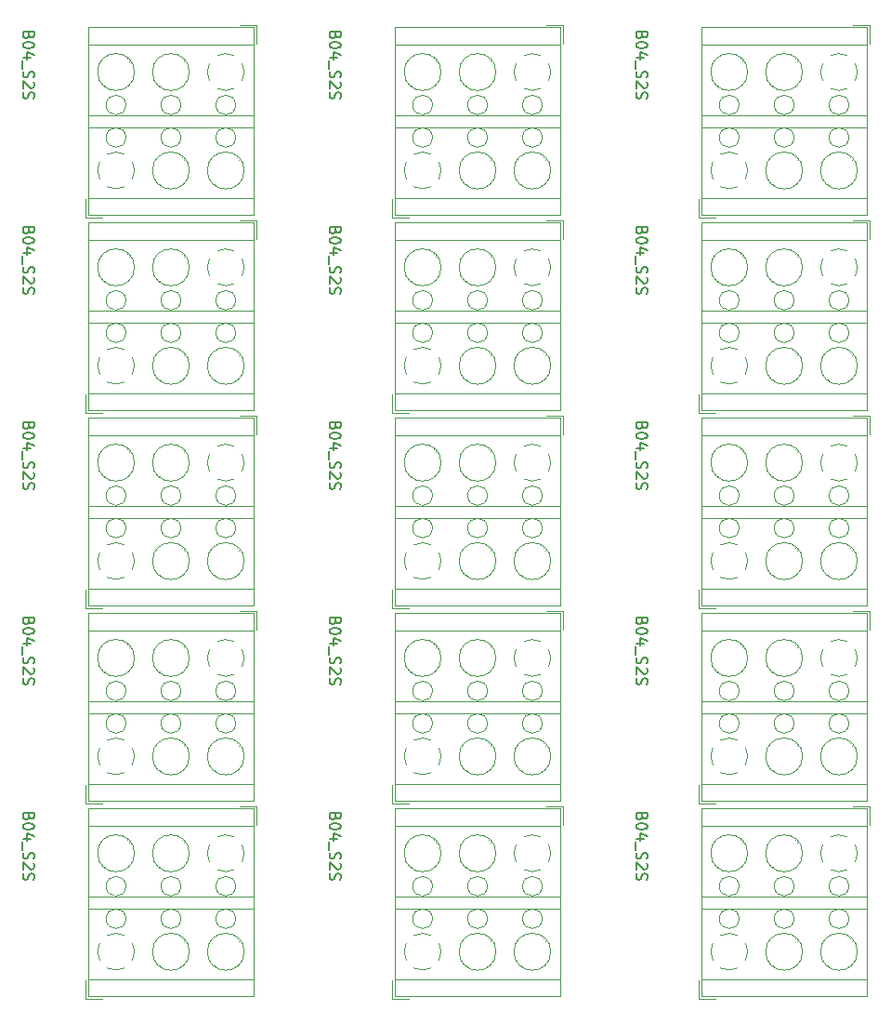
<source format=gbr>
G04 #@! TF.GenerationSoftware,KiCad,Pcbnew,5.1.5-52549c5~86~ubuntu18.04.1*
G04 #@! TF.CreationDate,2020-10-02T17:29:00-05:00*
G04 #@! TF.ProjectId,,58585858-5858-4585-9858-585858585858,rev?*
G04 #@! TF.SameCoordinates,Original*
G04 #@! TF.FileFunction,Legend,Top*
G04 #@! TF.FilePolarity,Positive*
%FSLAX46Y46*%
G04 Gerber Fmt 4.6, Leading zero omitted, Abs format (unit mm)*
G04 Created by KiCad (PCBNEW 5.1.5-52549c5~86~ubuntu18.04.1) date 2020-10-02 17:29:00*
%MOMM*%
%LPD*%
G04 APERTURE LIST*
%ADD10C,0.150000*%
%ADD11C,0.120000*%
G04 APERTURE END LIST*
D10*
X152700028Y-139244723D02*
X152652409Y-139387580D01*
X152604790Y-139435200D01*
X152509552Y-139482819D01*
X152366695Y-139482819D01*
X152271457Y-139435200D01*
X152223838Y-139387580D01*
X152176219Y-139292342D01*
X152176219Y-138911390D01*
X153176219Y-138911390D01*
X153176219Y-139244723D01*
X153128600Y-139339961D01*
X153080980Y-139387580D01*
X152985742Y-139435200D01*
X152890504Y-139435200D01*
X152795266Y-139387580D01*
X152747647Y-139339961D01*
X152700028Y-139244723D01*
X152700028Y-138911390D01*
X153176219Y-140101866D02*
X153176219Y-140197104D01*
X153128600Y-140292342D01*
X153080980Y-140339961D01*
X152985742Y-140387580D01*
X152795266Y-140435200D01*
X152557171Y-140435200D01*
X152366695Y-140387580D01*
X152271457Y-140339961D01*
X152223838Y-140292342D01*
X152176219Y-140197104D01*
X152176219Y-140101866D01*
X152223838Y-140006628D01*
X152271457Y-139959009D01*
X152366695Y-139911390D01*
X152557171Y-139863771D01*
X152795266Y-139863771D01*
X152985742Y-139911390D01*
X153080980Y-139959009D01*
X153128600Y-140006628D01*
X153176219Y-140101866D01*
X152842885Y-141292342D02*
X152176219Y-141292342D01*
X153223838Y-141054247D02*
X152509552Y-140816152D01*
X152509552Y-141435200D01*
X152080980Y-141578057D02*
X152080980Y-142339961D01*
X152223838Y-142530438D02*
X152176219Y-142673295D01*
X152176219Y-142911390D01*
X152223838Y-143006628D01*
X152271457Y-143054247D01*
X152366695Y-143101866D01*
X152461933Y-143101866D01*
X152557171Y-143054247D01*
X152604790Y-143006628D01*
X152652409Y-142911390D01*
X152700028Y-142720914D01*
X152747647Y-142625676D01*
X152795266Y-142578057D01*
X152890504Y-142530438D01*
X152985742Y-142530438D01*
X153080980Y-142578057D01*
X153128600Y-142625676D01*
X153176219Y-142720914D01*
X153176219Y-142959009D01*
X153128600Y-143101866D01*
X153080980Y-143482819D02*
X153128600Y-143530438D01*
X153176219Y-143625676D01*
X153176219Y-143863771D01*
X153128600Y-143959009D01*
X153080980Y-144006628D01*
X152985742Y-144054247D01*
X152890504Y-144054247D01*
X152747647Y-144006628D01*
X152176219Y-143435200D01*
X152176219Y-144054247D01*
X152223838Y-144435200D02*
X152176219Y-144578057D01*
X152176219Y-144816152D01*
X152223838Y-144911390D01*
X152271457Y-144959009D01*
X152366695Y-145006628D01*
X152461933Y-145006628D01*
X152557171Y-144959009D01*
X152604790Y-144911390D01*
X152652409Y-144816152D01*
X152700028Y-144625676D01*
X152747647Y-144530438D01*
X152795266Y-144482819D01*
X152890504Y-144435200D01*
X152985742Y-144435200D01*
X153080980Y-144482819D01*
X153128600Y-144530438D01*
X153176219Y-144625676D01*
X153176219Y-144863771D01*
X153128600Y-145006628D01*
X124760028Y-139244723D02*
X124712409Y-139387580D01*
X124664790Y-139435200D01*
X124569552Y-139482819D01*
X124426695Y-139482819D01*
X124331457Y-139435200D01*
X124283838Y-139387580D01*
X124236219Y-139292342D01*
X124236219Y-138911390D01*
X125236219Y-138911390D01*
X125236219Y-139244723D01*
X125188600Y-139339961D01*
X125140980Y-139387580D01*
X125045742Y-139435200D01*
X124950504Y-139435200D01*
X124855266Y-139387580D01*
X124807647Y-139339961D01*
X124760028Y-139244723D01*
X124760028Y-138911390D01*
X125236219Y-140101866D02*
X125236219Y-140197104D01*
X125188600Y-140292342D01*
X125140980Y-140339961D01*
X125045742Y-140387580D01*
X124855266Y-140435200D01*
X124617171Y-140435200D01*
X124426695Y-140387580D01*
X124331457Y-140339961D01*
X124283838Y-140292342D01*
X124236219Y-140197104D01*
X124236219Y-140101866D01*
X124283838Y-140006628D01*
X124331457Y-139959009D01*
X124426695Y-139911390D01*
X124617171Y-139863771D01*
X124855266Y-139863771D01*
X125045742Y-139911390D01*
X125140980Y-139959009D01*
X125188600Y-140006628D01*
X125236219Y-140101866D01*
X124902885Y-141292342D02*
X124236219Y-141292342D01*
X125283838Y-141054247D02*
X124569552Y-140816152D01*
X124569552Y-141435200D01*
X124140980Y-141578057D02*
X124140980Y-142339961D01*
X124283838Y-142530438D02*
X124236219Y-142673295D01*
X124236219Y-142911390D01*
X124283838Y-143006628D01*
X124331457Y-143054247D01*
X124426695Y-143101866D01*
X124521933Y-143101866D01*
X124617171Y-143054247D01*
X124664790Y-143006628D01*
X124712409Y-142911390D01*
X124760028Y-142720914D01*
X124807647Y-142625676D01*
X124855266Y-142578057D01*
X124950504Y-142530438D01*
X125045742Y-142530438D01*
X125140980Y-142578057D01*
X125188600Y-142625676D01*
X125236219Y-142720914D01*
X125236219Y-142959009D01*
X125188600Y-143101866D01*
X125140980Y-143482819D02*
X125188600Y-143530438D01*
X125236219Y-143625676D01*
X125236219Y-143863771D01*
X125188600Y-143959009D01*
X125140980Y-144006628D01*
X125045742Y-144054247D01*
X124950504Y-144054247D01*
X124807647Y-144006628D01*
X124236219Y-143435200D01*
X124236219Y-144054247D01*
X124283838Y-144435200D02*
X124236219Y-144578057D01*
X124236219Y-144816152D01*
X124283838Y-144911390D01*
X124331457Y-144959009D01*
X124426695Y-145006628D01*
X124521933Y-145006628D01*
X124617171Y-144959009D01*
X124664790Y-144911390D01*
X124712409Y-144816152D01*
X124760028Y-144625676D01*
X124807647Y-144530438D01*
X124855266Y-144482819D01*
X124950504Y-144435200D01*
X125045742Y-144435200D01*
X125140980Y-144482819D01*
X125188600Y-144530438D01*
X125236219Y-144625676D01*
X125236219Y-144863771D01*
X125188600Y-145006628D01*
X96820028Y-139244723D02*
X96772409Y-139387580D01*
X96724790Y-139435200D01*
X96629552Y-139482819D01*
X96486695Y-139482819D01*
X96391457Y-139435200D01*
X96343838Y-139387580D01*
X96296219Y-139292342D01*
X96296219Y-138911390D01*
X97296219Y-138911390D01*
X97296219Y-139244723D01*
X97248600Y-139339961D01*
X97200980Y-139387580D01*
X97105742Y-139435200D01*
X97010504Y-139435200D01*
X96915266Y-139387580D01*
X96867647Y-139339961D01*
X96820028Y-139244723D01*
X96820028Y-138911390D01*
X97296219Y-140101866D02*
X97296219Y-140197104D01*
X97248600Y-140292342D01*
X97200980Y-140339961D01*
X97105742Y-140387580D01*
X96915266Y-140435200D01*
X96677171Y-140435200D01*
X96486695Y-140387580D01*
X96391457Y-140339961D01*
X96343838Y-140292342D01*
X96296219Y-140197104D01*
X96296219Y-140101866D01*
X96343838Y-140006628D01*
X96391457Y-139959009D01*
X96486695Y-139911390D01*
X96677171Y-139863771D01*
X96915266Y-139863771D01*
X97105742Y-139911390D01*
X97200980Y-139959009D01*
X97248600Y-140006628D01*
X97296219Y-140101866D01*
X96962885Y-141292342D02*
X96296219Y-141292342D01*
X97343838Y-141054247D02*
X96629552Y-140816152D01*
X96629552Y-141435200D01*
X96200980Y-141578057D02*
X96200980Y-142339961D01*
X96343838Y-142530438D02*
X96296219Y-142673295D01*
X96296219Y-142911390D01*
X96343838Y-143006628D01*
X96391457Y-143054247D01*
X96486695Y-143101866D01*
X96581933Y-143101866D01*
X96677171Y-143054247D01*
X96724790Y-143006628D01*
X96772409Y-142911390D01*
X96820028Y-142720914D01*
X96867647Y-142625676D01*
X96915266Y-142578057D01*
X97010504Y-142530438D01*
X97105742Y-142530438D01*
X97200980Y-142578057D01*
X97248600Y-142625676D01*
X97296219Y-142720914D01*
X97296219Y-142959009D01*
X97248600Y-143101866D01*
X97200980Y-143482819D02*
X97248600Y-143530438D01*
X97296219Y-143625676D01*
X97296219Y-143863771D01*
X97248600Y-143959009D01*
X97200980Y-144006628D01*
X97105742Y-144054247D01*
X97010504Y-144054247D01*
X96867647Y-144006628D01*
X96296219Y-143435200D01*
X96296219Y-144054247D01*
X96343838Y-144435200D02*
X96296219Y-144578057D01*
X96296219Y-144816152D01*
X96343838Y-144911390D01*
X96391457Y-144959009D01*
X96486695Y-145006628D01*
X96581933Y-145006628D01*
X96677171Y-144959009D01*
X96724790Y-144911390D01*
X96772409Y-144816152D01*
X96820028Y-144625676D01*
X96867647Y-144530438D01*
X96915266Y-144482819D01*
X97010504Y-144435200D01*
X97105742Y-144435200D01*
X97200980Y-144482819D01*
X97248600Y-144530438D01*
X97296219Y-144625676D01*
X97296219Y-144863771D01*
X97248600Y-145006628D01*
X152700028Y-121464723D02*
X152652409Y-121607580D01*
X152604790Y-121655200D01*
X152509552Y-121702819D01*
X152366695Y-121702819D01*
X152271457Y-121655200D01*
X152223838Y-121607580D01*
X152176219Y-121512342D01*
X152176219Y-121131390D01*
X153176219Y-121131390D01*
X153176219Y-121464723D01*
X153128600Y-121559961D01*
X153080980Y-121607580D01*
X152985742Y-121655200D01*
X152890504Y-121655200D01*
X152795266Y-121607580D01*
X152747647Y-121559961D01*
X152700028Y-121464723D01*
X152700028Y-121131390D01*
X153176219Y-122321866D02*
X153176219Y-122417104D01*
X153128600Y-122512342D01*
X153080980Y-122559961D01*
X152985742Y-122607580D01*
X152795266Y-122655200D01*
X152557171Y-122655200D01*
X152366695Y-122607580D01*
X152271457Y-122559961D01*
X152223838Y-122512342D01*
X152176219Y-122417104D01*
X152176219Y-122321866D01*
X152223838Y-122226628D01*
X152271457Y-122179009D01*
X152366695Y-122131390D01*
X152557171Y-122083771D01*
X152795266Y-122083771D01*
X152985742Y-122131390D01*
X153080980Y-122179009D01*
X153128600Y-122226628D01*
X153176219Y-122321866D01*
X152842885Y-123512342D02*
X152176219Y-123512342D01*
X153223838Y-123274247D02*
X152509552Y-123036152D01*
X152509552Y-123655200D01*
X152080980Y-123798057D02*
X152080980Y-124559961D01*
X152223838Y-124750438D02*
X152176219Y-124893295D01*
X152176219Y-125131390D01*
X152223838Y-125226628D01*
X152271457Y-125274247D01*
X152366695Y-125321866D01*
X152461933Y-125321866D01*
X152557171Y-125274247D01*
X152604790Y-125226628D01*
X152652409Y-125131390D01*
X152700028Y-124940914D01*
X152747647Y-124845676D01*
X152795266Y-124798057D01*
X152890504Y-124750438D01*
X152985742Y-124750438D01*
X153080980Y-124798057D01*
X153128600Y-124845676D01*
X153176219Y-124940914D01*
X153176219Y-125179009D01*
X153128600Y-125321866D01*
X153080980Y-125702819D02*
X153128600Y-125750438D01*
X153176219Y-125845676D01*
X153176219Y-126083771D01*
X153128600Y-126179009D01*
X153080980Y-126226628D01*
X152985742Y-126274247D01*
X152890504Y-126274247D01*
X152747647Y-126226628D01*
X152176219Y-125655200D01*
X152176219Y-126274247D01*
X152223838Y-126655200D02*
X152176219Y-126798057D01*
X152176219Y-127036152D01*
X152223838Y-127131390D01*
X152271457Y-127179009D01*
X152366695Y-127226628D01*
X152461933Y-127226628D01*
X152557171Y-127179009D01*
X152604790Y-127131390D01*
X152652409Y-127036152D01*
X152700028Y-126845676D01*
X152747647Y-126750438D01*
X152795266Y-126702819D01*
X152890504Y-126655200D01*
X152985742Y-126655200D01*
X153080980Y-126702819D01*
X153128600Y-126750438D01*
X153176219Y-126845676D01*
X153176219Y-127083771D01*
X153128600Y-127226628D01*
X124760028Y-121464723D02*
X124712409Y-121607580D01*
X124664790Y-121655200D01*
X124569552Y-121702819D01*
X124426695Y-121702819D01*
X124331457Y-121655200D01*
X124283838Y-121607580D01*
X124236219Y-121512342D01*
X124236219Y-121131390D01*
X125236219Y-121131390D01*
X125236219Y-121464723D01*
X125188600Y-121559961D01*
X125140980Y-121607580D01*
X125045742Y-121655200D01*
X124950504Y-121655200D01*
X124855266Y-121607580D01*
X124807647Y-121559961D01*
X124760028Y-121464723D01*
X124760028Y-121131390D01*
X125236219Y-122321866D02*
X125236219Y-122417104D01*
X125188600Y-122512342D01*
X125140980Y-122559961D01*
X125045742Y-122607580D01*
X124855266Y-122655200D01*
X124617171Y-122655200D01*
X124426695Y-122607580D01*
X124331457Y-122559961D01*
X124283838Y-122512342D01*
X124236219Y-122417104D01*
X124236219Y-122321866D01*
X124283838Y-122226628D01*
X124331457Y-122179009D01*
X124426695Y-122131390D01*
X124617171Y-122083771D01*
X124855266Y-122083771D01*
X125045742Y-122131390D01*
X125140980Y-122179009D01*
X125188600Y-122226628D01*
X125236219Y-122321866D01*
X124902885Y-123512342D02*
X124236219Y-123512342D01*
X125283838Y-123274247D02*
X124569552Y-123036152D01*
X124569552Y-123655200D01*
X124140980Y-123798057D02*
X124140980Y-124559961D01*
X124283838Y-124750438D02*
X124236219Y-124893295D01*
X124236219Y-125131390D01*
X124283838Y-125226628D01*
X124331457Y-125274247D01*
X124426695Y-125321866D01*
X124521933Y-125321866D01*
X124617171Y-125274247D01*
X124664790Y-125226628D01*
X124712409Y-125131390D01*
X124760028Y-124940914D01*
X124807647Y-124845676D01*
X124855266Y-124798057D01*
X124950504Y-124750438D01*
X125045742Y-124750438D01*
X125140980Y-124798057D01*
X125188600Y-124845676D01*
X125236219Y-124940914D01*
X125236219Y-125179009D01*
X125188600Y-125321866D01*
X125140980Y-125702819D02*
X125188600Y-125750438D01*
X125236219Y-125845676D01*
X125236219Y-126083771D01*
X125188600Y-126179009D01*
X125140980Y-126226628D01*
X125045742Y-126274247D01*
X124950504Y-126274247D01*
X124807647Y-126226628D01*
X124236219Y-125655200D01*
X124236219Y-126274247D01*
X124283838Y-126655200D02*
X124236219Y-126798057D01*
X124236219Y-127036152D01*
X124283838Y-127131390D01*
X124331457Y-127179009D01*
X124426695Y-127226628D01*
X124521933Y-127226628D01*
X124617171Y-127179009D01*
X124664790Y-127131390D01*
X124712409Y-127036152D01*
X124760028Y-126845676D01*
X124807647Y-126750438D01*
X124855266Y-126702819D01*
X124950504Y-126655200D01*
X125045742Y-126655200D01*
X125140980Y-126702819D01*
X125188600Y-126750438D01*
X125236219Y-126845676D01*
X125236219Y-127083771D01*
X125188600Y-127226628D01*
X96820028Y-121464723D02*
X96772409Y-121607580D01*
X96724790Y-121655200D01*
X96629552Y-121702819D01*
X96486695Y-121702819D01*
X96391457Y-121655200D01*
X96343838Y-121607580D01*
X96296219Y-121512342D01*
X96296219Y-121131390D01*
X97296219Y-121131390D01*
X97296219Y-121464723D01*
X97248600Y-121559961D01*
X97200980Y-121607580D01*
X97105742Y-121655200D01*
X97010504Y-121655200D01*
X96915266Y-121607580D01*
X96867647Y-121559961D01*
X96820028Y-121464723D01*
X96820028Y-121131390D01*
X97296219Y-122321866D02*
X97296219Y-122417104D01*
X97248600Y-122512342D01*
X97200980Y-122559961D01*
X97105742Y-122607580D01*
X96915266Y-122655200D01*
X96677171Y-122655200D01*
X96486695Y-122607580D01*
X96391457Y-122559961D01*
X96343838Y-122512342D01*
X96296219Y-122417104D01*
X96296219Y-122321866D01*
X96343838Y-122226628D01*
X96391457Y-122179009D01*
X96486695Y-122131390D01*
X96677171Y-122083771D01*
X96915266Y-122083771D01*
X97105742Y-122131390D01*
X97200980Y-122179009D01*
X97248600Y-122226628D01*
X97296219Y-122321866D01*
X96962885Y-123512342D02*
X96296219Y-123512342D01*
X97343838Y-123274247D02*
X96629552Y-123036152D01*
X96629552Y-123655200D01*
X96200980Y-123798057D02*
X96200980Y-124559961D01*
X96343838Y-124750438D02*
X96296219Y-124893295D01*
X96296219Y-125131390D01*
X96343838Y-125226628D01*
X96391457Y-125274247D01*
X96486695Y-125321866D01*
X96581933Y-125321866D01*
X96677171Y-125274247D01*
X96724790Y-125226628D01*
X96772409Y-125131390D01*
X96820028Y-124940914D01*
X96867647Y-124845676D01*
X96915266Y-124798057D01*
X97010504Y-124750438D01*
X97105742Y-124750438D01*
X97200980Y-124798057D01*
X97248600Y-124845676D01*
X97296219Y-124940914D01*
X97296219Y-125179009D01*
X97248600Y-125321866D01*
X97200980Y-125702819D02*
X97248600Y-125750438D01*
X97296219Y-125845676D01*
X97296219Y-126083771D01*
X97248600Y-126179009D01*
X97200980Y-126226628D01*
X97105742Y-126274247D01*
X97010504Y-126274247D01*
X96867647Y-126226628D01*
X96296219Y-125655200D01*
X96296219Y-126274247D01*
X96343838Y-126655200D02*
X96296219Y-126798057D01*
X96296219Y-127036152D01*
X96343838Y-127131390D01*
X96391457Y-127179009D01*
X96486695Y-127226628D01*
X96581933Y-127226628D01*
X96677171Y-127179009D01*
X96724790Y-127131390D01*
X96772409Y-127036152D01*
X96820028Y-126845676D01*
X96867647Y-126750438D01*
X96915266Y-126702819D01*
X97010504Y-126655200D01*
X97105742Y-126655200D01*
X97200980Y-126702819D01*
X97248600Y-126750438D01*
X97296219Y-126845676D01*
X97296219Y-127083771D01*
X97248600Y-127226628D01*
X152700028Y-103684723D02*
X152652409Y-103827580D01*
X152604790Y-103875200D01*
X152509552Y-103922819D01*
X152366695Y-103922819D01*
X152271457Y-103875200D01*
X152223838Y-103827580D01*
X152176219Y-103732342D01*
X152176219Y-103351390D01*
X153176219Y-103351390D01*
X153176219Y-103684723D01*
X153128600Y-103779961D01*
X153080980Y-103827580D01*
X152985742Y-103875200D01*
X152890504Y-103875200D01*
X152795266Y-103827580D01*
X152747647Y-103779961D01*
X152700028Y-103684723D01*
X152700028Y-103351390D01*
X153176219Y-104541866D02*
X153176219Y-104637104D01*
X153128600Y-104732342D01*
X153080980Y-104779961D01*
X152985742Y-104827580D01*
X152795266Y-104875200D01*
X152557171Y-104875200D01*
X152366695Y-104827580D01*
X152271457Y-104779961D01*
X152223838Y-104732342D01*
X152176219Y-104637104D01*
X152176219Y-104541866D01*
X152223838Y-104446628D01*
X152271457Y-104399009D01*
X152366695Y-104351390D01*
X152557171Y-104303771D01*
X152795266Y-104303771D01*
X152985742Y-104351390D01*
X153080980Y-104399009D01*
X153128600Y-104446628D01*
X153176219Y-104541866D01*
X152842885Y-105732342D02*
X152176219Y-105732342D01*
X153223838Y-105494247D02*
X152509552Y-105256152D01*
X152509552Y-105875200D01*
X152080980Y-106018057D02*
X152080980Y-106779961D01*
X152223838Y-106970438D02*
X152176219Y-107113295D01*
X152176219Y-107351390D01*
X152223838Y-107446628D01*
X152271457Y-107494247D01*
X152366695Y-107541866D01*
X152461933Y-107541866D01*
X152557171Y-107494247D01*
X152604790Y-107446628D01*
X152652409Y-107351390D01*
X152700028Y-107160914D01*
X152747647Y-107065676D01*
X152795266Y-107018057D01*
X152890504Y-106970438D01*
X152985742Y-106970438D01*
X153080980Y-107018057D01*
X153128600Y-107065676D01*
X153176219Y-107160914D01*
X153176219Y-107399009D01*
X153128600Y-107541866D01*
X153080980Y-107922819D02*
X153128600Y-107970438D01*
X153176219Y-108065676D01*
X153176219Y-108303771D01*
X153128600Y-108399009D01*
X153080980Y-108446628D01*
X152985742Y-108494247D01*
X152890504Y-108494247D01*
X152747647Y-108446628D01*
X152176219Y-107875200D01*
X152176219Y-108494247D01*
X152223838Y-108875200D02*
X152176219Y-109018057D01*
X152176219Y-109256152D01*
X152223838Y-109351390D01*
X152271457Y-109399009D01*
X152366695Y-109446628D01*
X152461933Y-109446628D01*
X152557171Y-109399009D01*
X152604790Y-109351390D01*
X152652409Y-109256152D01*
X152700028Y-109065676D01*
X152747647Y-108970438D01*
X152795266Y-108922819D01*
X152890504Y-108875200D01*
X152985742Y-108875200D01*
X153080980Y-108922819D01*
X153128600Y-108970438D01*
X153176219Y-109065676D01*
X153176219Y-109303771D01*
X153128600Y-109446628D01*
X124760028Y-103684723D02*
X124712409Y-103827580D01*
X124664790Y-103875200D01*
X124569552Y-103922819D01*
X124426695Y-103922819D01*
X124331457Y-103875200D01*
X124283838Y-103827580D01*
X124236219Y-103732342D01*
X124236219Y-103351390D01*
X125236219Y-103351390D01*
X125236219Y-103684723D01*
X125188600Y-103779961D01*
X125140980Y-103827580D01*
X125045742Y-103875200D01*
X124950504Y-103875200D01*
X124855266Y-103827580D01*
X124807647Y-103779961D01*
X124760028Y-103684723D01*
X124760028Y-103351390D01*
X125236219Y-104541866D02*
X125236219Y-104637104D01*
X125188600Y-104732342D01*
X125140980Y-104779961D01*
X125045742Y-104827580D01*
X124855266Y-104875200D01*
X124617171Y-104875200D01*
X124426695Y-104827580D01*
X124331457Y-104779961D01*
X124283838Y-104732342D01*
X124236219Y-104637104D01*
X124236219Y-104541866D01*
X124283838Y-104446628D01*
X124331457Y-104399009D01*
X124426695Y-104351390D01*
X124617171Y-104303771D01*
X124855266Y-104303771D01*
X125045742Y-104351390D01*
X125140980Y-104399009D01*
X125188600Y-104446628D01*
X125236219Y-104541866D01*
X124902885Y-105732342D02*
X124236219Y-105732342D01*
X125283838Y-105494247D02*
X124569552Y-105256152D01*
X124569552Y-105875200D01*
X124140980Y-106018057D02*
X124140980Y-106779961D01*
X124283838Y-106970438D02*
X124236219Y-107113295D01*
X124236219Y-107351390D01*
X124283838Y-107446628D01*
X124331457Y-107494247D01*
X124426695Y-107541866D01*
X124521933Y-107541866D01*
X124617171Y-107494247D01*
X124664790Y-107446628D01*
X124712409Y-107351390D01*
X124760028Y-107160914D01*
X124807647Y-107065676D01*
X124855266Y-107018057D01*
X124950504Y-106970438D01*
X125045742Y-106970438D01*
X125140980Y-107018057D01*
X125188600Y-107065676D01*
X125236219Y-107160914D01*
X125236219Y-107399009D01*
X125188600Y-107541866D01*
X125140980Y-107922819D02*
X125188600Y-107970438D01*
X125236219Y-108065676D01*
X125236219Y-108303771D01*
X125188600Y-108399009D01*
X125140980Y-108446628D01*
X125045742Y-108494247D01*
X124950504Y-108494247D01*
X124807647Y-108446628D01*
X124236219Y-107875200D01*
X124236219Y-108494247D01*
X124283838Y-108875200D02*
X124236219Y-109018057D01*
X124236219Y-109256152D01*
X124283838Y-109351390D01*
X124331457Y-109399009D01*
X124426695Y-109446628D01*
X124521933Y-109446628D01*
X124617171Y-109399009D01*
X124664790Y-109351390D01*
X124712409Y-109256152D01*
X124760028Y-109065676D01*
X124807647Y-108970438D01*
X124855266Y-108922819D01*
X124950504Y-108875200D01*
X125045742Y-108875200D01*
X125140980Y-108922819D01*
X125188600Y-108970438D01*
X125236219Y-109065676D01*
X125236219Y-109303771D01*
X125188600Y-109446628D01*
X96820028Y-103684723D02*
X96772409Y-103827580D01*
X96724790Y-103875200D01*
X96629552Y-103922819D01*
X96486695Y-103922819D01*
X96391457Y-103875200D01*
X96343838Y-103827580D01*
X96296219Y-103732342D01*
X96296219Y-103351390D01*
X97296219Y-103351390D01*
X97296219Y-103684723D01*
X97248600Y-103779961D01*
X97200980Y-103827580D01*
X97105742Y-103875200D01*
X97010504Y-103875200D01*
X96915266Y-103827580D01*
X96867647Y-103779961D01*
X96820028Y-103684723D01*
X96820028Y-103351390D01*
X97296219Y-104541866D02*
X97296219Y-104637104D01*
X97248600Y-104732342D01*
X97200980Y-104779961D01*
X97105742Y-104827580D01*
X96915266Y-104875200D01*
X96677171Y-104875200D01*
X96486695Y-104827580D01*
X96391457Y-104779961D01*
X96343838Y-104732342D01*
X96296219Y-104637104D01*
X96296219Y-104541866D01*
X96343838Y-104446628D01*
X96391457Y-104399009D01*
X96486695Y-104351390D01*
X96677171Y-104303771D01*
X96915266Y-104303771D01*
X97105742Y-104351390D01*
X97200980Y-104399009D01*
X97248600Y-104446628D01*
X97296219Y-104541866D01*
X96962885Y-105732342D02*
X96296219Y-105732342D01*
X97343838Y-105494247D02*
X96629552Y-105256152D01*
X96629552Y-105875200D01*
X96200980Y-106018057D02*
X96200980Y-106779961D01*
X96343838Y-106970438D02*
X96296219Y-107113295D01*
X96296219Y-107351390D01*
X96343838Y-107446628D01*
X96391457Y-107494247D01*
X96486695Y-107541866D01*
X96581933Y-107541866D01*
X96677171Y-107494247D01*
X96724790Y-107446628D01*
X96772409Y-107351390D01*
X96820028Y-107160914D01*
X96867647Y-107065676D01*
X96915266Y-107018057D01*
X97010504Y-106970438D01*
X97105742Y-106970438D01*
X97200980Y-107018057D01*
X97248600Y-107065676D01*
X97296219Y-107160914D01*
X97296219Y-107399009D01*
X97248600Y-107541866D01*
X97200980Y-107922819D02*
X97248600Y-107970438D01*
X97296219Y-108065676D01*
X97296219Y-108303771D01*
X97248600Y-108399009D01*
X97200980Y-108446628D01*
X97105742Y-108494247D01*
X97010504Y-108494247D01*
X96867647Y-108446628D01*
X96296219Y-107875200D01*
X96296219Y-108494247D01*
X96343838Y-108875200D02*
X96296219Y-109018057D01*
X96296219Y-109256152D01*
X96343838Y-109351390D01*
X96391457Y-109399009D01*
X96486695Y-109446628D01*
X96581933Y-109446628D01*
X96677171Y-109399009D01*
X96724790Y-109351390D01*
X96772409Y-109256152D01*
X96820028Y-109065676D01*
X96867647Y-108970438D01*
X96915266Y-108922819D01*
X97010504Y-108875200D01*
X97105742Y-108875200D01*
X97200980Y-108922819D01*
X97248600Y-108970438D01*
X97296219Y-109065676D01*
X97296219Y-109303771D01*
X97248600Y-109446628D01*
X152700028Y-85904723D02*
X152652409Y-86047580D01*
X152604790Y-86095200D01*
X152509552Y-86142819D01*
X152366695Y-86142819D01*
X152271457Y-86095200D01*
X152223838Y-86047580D01*
X152176219Y-85952342D01*
X152176219Y-85571390D01*
X153176219Y-85571390D01*
X153176219Y-85904723D01*
X153128600Y-85999961D01*
X153080980Y-86047580D01*
X152985742Y-86095200D01*
X152890504Y-86095200D01*
X152795266Y-86047580D01*
X152747647Y-85999961D01*
X152700028Y-85904723D01*
X152700028Y-85571390D01*
X153176219Y-86761866D02*
X153176219Y-86857104D01*
X153128600Y-86952342D01*
X153080980Y-86999961D01*
X152985742Y-87047580D01*
X152795266Y-87095200D01*
X152557171Y-87095200D01*
X152366695Y-87047580D01*
X152271457Y-86999961D01*
X152223838Y-86952342D01*
X152176219Y-86857104D01*
X152176219Y-86761866D01*
X152223838Y-86666628D01*
X152271457Y-86619009D01*
X152366695Y-86571390D01*
X152557171Y-86523771D01*
X152795266Y-86523771D01*
X152985742Y-86571390D01*
X153080980Y-86619009D01*
X153128600Y-86666628D01*
X153176219Y-86761866D01*
X152842885Y-87952342D02*
X152176219Y-87952342D01*
X153223838Y-87714247D02*
X152509552Y-87476152D01*
X152509552Y-88095200D01*
X152080980Y-88238057D02*
X152080980Y-88999961D01*
X152223838Y-89190438D02*
X152176219Y-89333295D01*
X152176219Y-89571390D01*
X152223838Y-89666628D01*
X152271457Y-89714247D01*
X152366695Y-89761866D01*
X152461933Y-89761866D01*
X152557171Y-89714247D01*
X152604790Y-89666628D01*
X152652409Y-89571390D01*
X152700028Y-89380914D01*
X152747647Y-89285676D01*
X152795266Y-89238057D01*
X152890504Y-89190438D01*
X152985742Y-89190438D01*
X153080980Y-89238057D01*
X153128600Y-89285676D01*
X153176219Y-89380914D01*
X153176219Y-89619009D01*
X153128600Y-89761866D01*
X153080980Y-90142819D02*
X153128600Y-90190438D01*
X153176219Y-90285676D01*
X153176219Y-90523771D01*
X153128600Y-90619009D01*
X153080980Y-90666628D01*
X152985742Y-90714247D01*
X152890504Y-90714247D01*
X152747647Y-90666628D01*
X152176219Y-90095200D01*
X152176219Y-90714247D01*
X152223838Y-91095200D02*
X152176219Y-91238057D01*
X152176219Y-91476152D01*
X152223838Y-91571390D01*
X152271457Y-91619009D01*
X152366695Y-91666628D01*
X152461933Y-91666628D01*
X152557171Y-91619009D01*
X152604790Y-91571390D01*
X152652409Y-91476152D01*
X152700028Y-91285676D01*
X152747647Y-91190438D01*
X152795266Y-91142819D01*
X152890504Y-91095200D01*
X152985742Y-91095200D01*
X153080980Y-91142819D01*
X153128600Y-91190438D01*
X153176219Y-91285676D01*
X153176219Y-91523771D01*
X153128600Y-91666628D01*
X124760028Y-85904723D02*
X124712409Y-86047580D01*
X124664790Y-86095200D01*
X124569552Y-86142819D01*
X124426695Y-86142819D01*
X124331457Y-86095200D01*
X124283838Y-86047580D01*
X124236219Y-85952342D01*
X124236219Y-85571390D01*
X125236219Y-85571390D01*
X125236219Y-85904723D01*
X125188600Y-85999961D01*
X125140980Y-86047580D01*
X125045742Y-86095200D01*
X124950504Y-86095200D01*
X124855266Y-86047580D01*
X124807647Y-85999961D01*
X124760028Y-85904723D01*
X124760028Y-85571390D01*
X125236219Y-86761866D02*
X125236219Y-86857104D01*
X125188600Y-86952342D01*
X125140980Y-86999961D01*
X125045742Y-87047580D01*
X124855266Y-87095200D01*
X124617171Y-87095200D01*
X124426695Y-87047580D01*
X124331457Y-86999961D01*
X124283838Y-86952342D01*
X124236219Y-86857104D01*
X124236219Y-86761866D01*
X124283838Y-86666628D01*
X124331457Y-86619009D01*
X124426695Y-86571390D01*
X124617171Y-86523771D01*
X124855266Y-86523771D01*
X125045742Y-86571390D01*
X125140980Y-86619009D01*
X125188600Y-86666628D01*
X125236219Y-86761866D01*
X124902885Y-87952342D02*
X124236219Y-87952342D01*
X125283838Y-87714247D02*
X124569552Y-87476152D01*
X124569552Y-88095200D01*
X124140980Y-88238057D02*
X124140980Y-88999961D01*
X124283838Y-89190438D02*
X124236219Y-89333295D01*
X124236219Y-89571390D01*
X124283838Y-89666628D01*
X124331457Y-89714247D01*
X124426695Y-89761866D01*
X124521933Y-89761866D01*
X124617171Y-89714247D01*
X124664790Y-89666628D01*
X124712409Y-89571390D01*
X124760028Y-89380914D01*
X124807647Y-89285676D01*
X124855266Y-89238057D01*
X124950504Y-89190438D01*
X125045742Y-89190438D01*
X125140980Y-89238057D01*
X125188600Y-89285676D01*
X125236219Y-89380914D01*
X125236219Y-89619009D01*
X125188600Y-89761866D01*
X125140980Y-90142819D02*
X125188600Y-90190438D01*
X125236219Y-90285676D01*
X125236219Y-90523771D01*
X125188600Y-90619009D01*
X125140980Y-90666628D01*
X125045742Y-90714247D01*
X124950504Y-90714247D01*
X124807647Y-90666628D01*
X124236219Y-90095200D01*
X124236219Y-90714247D01*
X124283838Y-91095200D02*
X124236219Y-91238057D01*
X124236219Y-91476152D01*
X124283838Y-91571390D01*
X124331457Y-91619009D01*
X124426695Y-91666628D01*
X124521933Y-91666628D01*
X124617171Y-91619009D01*
X124664790Y-91571390D01*
X124712409Y-91476152D01*
X124760028Y-91285676D01*
X124807647Y-91190438D01*
X124855266Y-91142819D01*
X124950504Y-91095200D01*
X125045742Y-91095200D01*
X125140980Y-91142819D01*
X125188600Y-91190438D01*
X125236219Y-91285676D01*
X125236219Y-91523771D01*
X125188600Y-91666628D01*
X96820028Y-85904723D02*
X96772409Y-86047580D01*
X96724790Y-86095200D01*
X96629552Y-86142819D01*
X96486695Y-86142819D01*
X96391457Y-86095200D01*
X96343838Y-86047580D01*
X96296219Y-85952342D01*
X96296219Y-85571390D01*
X97296219Y-85571390D01*
X97296219Y-85904723D01*
X97248600Y-85999961D01*
X97200980Y-86047580D01*
X97105742Y-86095200D01*
X97010504Y-86095200D01*
X96915266Y-86047580D01*
X96867647Y-85999961D01*
X96820028Y-85904723D01*
X96820028Y-85571390D01*
X97296219Y-86761866D02*
X97296219Y-86857104D01*
X97248600Y-86952342D01*
X97200980Y-86999961D01*
X97105742Y-87047580D01*
X96915266Y-87095200D01*
X96677171Y-87095200D01*
X96486695Y-87047580D01*
X96391457Y-86999961D01*
X96343838Y-86952342D01*
X96296219Y-86857104D01*
X96296219Y-86761866D01*
X96343838Y-86666628D01*
X96391457Y-86619009D01*
X96486695Y-86571390D01*
X96677171Y-86523771D01*
X96915266Y-86523771D01*
X97105742Y-86571390D01*
X97200980Y-86619009D01*
X97248600Y-86666628D01*
X97296219Y-86761866D01*
X96962885Y-87952342D02*
X96296219Y-87952342D01*
X97343838Y-87714247D02*
X96629552Y-87476152D01*
X96629552Y-88095200D01*
X96200980Y-88238057D02*
X96200980Y-88999961D01*
X96343838Y-89190438D02*
X96296219Y-89333295D01*
X96296219Y-89571390D01*
X96343838Y-89666628D01*
X96391457Y-89714247D01*
X96486695Y-89761866D01*
X96581933Y-89761866D01*
X96677171Y-89714247D01*
X96724790Y-89666628D01*
X96772409Y-89571390D01*
X96820028Y-89380914D01*
X96867647Y-89285676D01*
X96915266Y-89238057D01*
X97010504Y-89190438D01*
X97105742Y-89190438D01*
X97200980Y-89238057D01*
X97248600Y-89285676D01*
X97296219Y-89380914D01*
X97296219Y-89619009D01*
X97248600Y-89761866D01*
X97200980Y-90142819D02*
X97248600Y-90190438D01*
X97296219Y-90285676D01*
X97296219Y-90523771D01*
X97248600Y-90619009D01*
X97200980Y-90666628D01*
X97105742Y-90714247D01*
X97010504Y-90714247D01*
X96867647Y-90666628D01*
X96296219Y-90095200D01*
X96296219Y-90714247D01*
X96343838Y-91095200D02*
X96296219Y-91238057D01*
X96296219Y-91476152D01*
X96343838Y-91571390D01*
X96391457Y-91619009D01*
X96486695Y-91666628D01*
X96581933Y-91666628D01*
X96677171Y-91619009D01*
X96724790Y-91571390D01*
X96772409Y-91476152D01*
X96820028Y-91285676D01*
X96867647Y-91190438D01*
X96915266Y-91142819D01*
X97010504Y-91095200D01*
X97105742Y-91095200D01*
X97200980Y-91142819D01*
X97248600Y-91190438D01*
X97296219Y-91285676D01*
X97296219Y-91523771D01*
X97248600Y-91666628D01*
X152700028Y-68124723D02*
X152652409Y-68267580D01*
X152604790Y-68315200D01*
X152509552Y-68362819D01*
X152366695Y-68362819D01*
X152271457Y-68315200D01*
X152223838Y-68267580D01*
X152176219Y-68172342D01*
X152176219Y-67791390D01*
X153176219Y-67791390D01*
X153176219Y-68124723D01*
X153128600Y-68219961D01*
X153080980Y-68267580D01*
X152985742Y-68315200D01*
X152890504Y-68315200D01*
X152795266Y-68267580D01*
X152747647Y-68219961D01*
X152700028Y-68124723D01*
X152700028Y-67791390D01*
X153176219Y-68981866D02*
X153176219Y-69077104D01*
X153128600Y-69172342D01*
X153080980Y-69219961D01*
X152985742Y-69267580D01*
X152795266Y-69315200D01*
X152557171Y-69315200D01*
X152366695Y-69267580D01*
X152271457Y-69219961D01*
X152223838Y-69172342D01*
X152176219Y-69077104D01*
X152176219Y-68981866D01*
X152223838Y-68886628D01*
X152271457Y-68839009D01*
X152366695Y-68791390D01*
X152557171Y-68743771D01*
X152795266Y-68743771D01*
X152985742Y-68791390D01*
X153080980Y-68839009D01*
X153128600Y-68886628D01*
X153176219Y-68981866D01*
X152842885Y-70172342D02*
X152176219Y-70172342D01*
X153223838Y-69934247D02*
X152509552Y-69696152D01*
X152509552Y-70315200D01*
X152080980Y-70458057D02*
X152080980Y-71219961D01*
X152223838Y-71410438D02*
X152176219Y-71553295D01*
X152176219Y-71791390D01*
X152223838Y-71886628D01*
X152271457Y-71934247D01*
X152366695Y-71981866D01*
X152461933Y-71981866D01*
X152557171Y-71934247D01*
X152604790Y-71886628D01*
X152652409Y-71791390D01*
X152700028Y-71600914D01*
X152747647Y-71505676D01*
X152795266Y-71458057D01*
X152890504Y-71410438D01*
X152985742Y-71410438D01*
X153080980Y-71458057D01*
X153128600Y-71505676D01*
X153176219Y-71600914D01*
X153176219Y-71839009D01*
X153128600Y-71981866D01*
X153080980Y-72362819D02*
X153128600Y-72410438D01*
X153176219Y-72505676D01*
X153176219Y-72743771D01*
X153128600Y-72839009D01*
X153080980Y-72886628D01*
X152985742Y-72934247D01*
X152890504Y-72934247D01*
X152747647Y-72886628D01*
X152176219Y-72315200D01*
X152176219Y-72934247D01*
X152223838Y-73315200D02*
X152176219Y-73458057D01*
X152176219Y-73696152D01*
X152223838Y-73791390D01*
X152271457Y-73839009D01*
X152366695Y-73886628D01*
X152461933Y-73886628D01*
X152557171Y-73839009D01*
X152604790Y-73791390D01*
X152652409Y-73696152D01*
X152700028Y-73505676D01*
X152747647Y-73410438D01*
X152795266Y-73362819D01*
X152890504Y-73315200D01*
X152985742Y-73315200D01*
X153080980Y-73362819D01*
X153128600Y-73410438D01*
X153176219Y-73505676D01*
X153176219Y-73743771D01*
X153128600Y-73886628D01*
X124760028Y-68124723D02*
X124712409Y-68267580D01*
X124664790Y-68315200D01*
X124569552Y-68362819D01*
X124426695Y-68362819D01*
X124331457Y-68315200D01*
X124283838Y-68267580D01*
X124236219Y-68172342D01*
X124236219Y-67791390D01*
X125236219Y-67791390D01*
X125236219Y-68124723D01*
X125188600Y-68219961D01*
X125140980Y-68267580D01*
X125045742Y-68315200D01*
X124950504Y-68315200D01*
X124855266Y-68267580D01*
X124807647Y-68219961D01*
X124760028Y-68124723D01*
X124760028Y-67791390D01*
X125236219Y-68981866D02*
X125236219Y-69077104D01*
X125188600Y-69172342D01*
X125140980Y-69219961D01*
X125045742Y-69267580D01*
X124855266Y-69315200D01*
X124617171Y-69315200D01*
X124426695Y-69267580D01*
X124331457Y-69219961D01*
X124283838Y-69172342D01*
X124236219Y-69077104D01*
X124236219Y-68981866D01*
X124283838Y-68886628D01*
X124331457Y-68839009D01*
X124426695Y-68791390D01*
X124617171Y-68743771D01*
X124855266Y-68743771D01*
X125045742Y-68791390D01*
X125140980Y-68839009D01*
X125188600Y-68886628D01*
X125236219Y-68981866D01*
X124902885Y-70172342D02*
X124236219Y-70172342D01*
X125283838Y-69934247D02*
X124569552Y-69696152D01*
X124569552Y-70315200D01*
X124140980Y-70458057D02*
X124140980Y-71219961D01*
X124283838Y-71410438D02*
X124236219Y-71553295D01*
X124236219Y-71791390D01*
X124283838Y-71886628D01*
X124331457Y-71934247D01*
X124426695Y-71981866D01*
X124521933Y-71981866D01*
X124617171Y-71934247D01*
X124664790Y-71886628D01*
X124712409Y-71791390D01*
X124760028Y-71600914D01*
X124807647Y-71505676D01*
X124855266Y-71458057D01*
X124950504Y-71410438D01*
X125045742Y-71410438D01*
X125140980Y-71458057D01*
X125188600Y-71505676D01*
X125236219Y-71600914D01*
X125236219Y-71839009D01*
X125188600Y-71981866D01*
X125140980Y-72362819D02*
X125188600Y-72410438D01*
X125236219Y-72505676D01*
X125236219Y-72743771D01*
X125188600Y-72839009D01*
X125140980Y-72886628D01*
X125045742Y-72934247D01*
X124950504Y-72934247D01*
X124807647Y-72886628D01*
X124236219Y-72315200D01*
X124236219Y-72934247D01*
X124283838Y-73315200D02*
X124236219Y-73458057D01*
X124236219Y-73696152D01*
X124283838Y-73791390D01*
X124331457Y-73839009D01*
X124426695Y-73886628D01*
X124521933Y-73886628D01*
X124617171Y-73839009D01*
X124664790Y-73791390D01*
X124712409Y-73696152D01*
X124760028Y-73505676D01*
X124807647Y-73410438D01*
X124855266Y-73362819D01*
X124950504Y-73315200D01*
X125045742Y-73315200D01*
X125140980Y-73362819D01*
X125188600Y-73410438D01*
X125236219Y-73505676D01*
X125236219Y-73743771D01*
X125188600Y-73886628D01*
X96820028Y-68124723D02*
X96772409Y-68267580D01*
X96724790Y-68315200D01*
X96629552Y-68362819D01*
X96486695Y-68362819D01*
X96391457Y-68315200D01*
X96343838Y-68267580D01*
X96296219Y-68172342D01*
X96296219Y-67791390D01*
X97296219Y-67791390D01*
X97296219Y-68124723D01*
X97248600Y-68219961D01*
X97200980Y-68267580D01*
X97105742Y-68315200D01*
X97010504Y-68315200D01*
X96915266Y-68267580D01*
X96867647Y-68219961D01*
X96820028Y-68124723D01*
X96820028Y-67791390D01*
X97296219Y-68981866D02*
X97296219Y-69077104D01*
X97248600Y-69172342D01*
X97200980Y-69219961D01*
X97105742Y-69267580D01*
X96915266Y-69315200D01*
X96677171Y-69315200D01*
X96486695Y-69267580D01*
X96391457Y-69219961D01*
X96343838Y-69172342D01*
X96296219Y-69077104D01*
X96296219Y-68981866D01*
X96343838Y-68886628D01*
X96391457Y-68839009D01*
X96486695Y-68791390D01*
X96677171Y-68743771D01*
X96915266Y-68743771D01*
X97105742Y-68791390D01*
X97200980Y-68839009D01*
X97248600Y-68886628D01*
X97296219Y-68981866D01*
X96962885Y-70172342D02*
X96296219Y-70172342D01*
X97343838Y-69934247D02*
X96629552Y-69696152D01*
X96629552Y-70315200D01*
X96200980Y-70458057D02*
X96200980Y-71219961D01*
X96343838Y-71410438D02*
X96296219Y-71553295D01*
X96296219Y-71791390D01*
X96343838Y-71886628D01*
X96391457Y-71934247D01*
X96486695Y-71981866D01*
X96581933Y-71981866D01*
X96677171Y-71934247D01*
X96724790Y-71886628D01*
X96772409Y-71791390D01*
X96820028Y-71600914D01*
X96867647Y-71505676D01*
X96915266Y-71458057D01*
X97010504Y-71410438D01*
X97105742Y-71410438D01*
X97200980Y-71458057D01*
X97248600Y-71505676D01*
X97296219Y-71600914D01*
X97296219Y-71839009D01*
X97248600Y-71981866D01*
X97200980Y-72362819D02*
X97248600Y-72410438D01*
X97296219Y-72505676D01*
X97296219Y-72743771D01*
X97248600Y-72839009D01*
X97200980Y-72886628D01*
X97105742Y-72934247D01*
X97010504Y-72934247D01*
X96867647Y-72886628D01*
X96296219Y-72315200D01*
X96296219Y-72934247D01*
X96343838Y-73315200D02*
X96296219Y-73458057D01*
X96296219Y-73696152D01*
X96343838Y-73791390D01*
X96391457Y-73839009D01*
X96486695Y-73886628D01*
X96581933Y-73886628D01*
X96677171Y-73839009D01*
X96724790Y-73791390D01*
X96772409Y-73696152D01*
X96820028Y-73505676D01*
X96867647Y-73410438D01*
X96915266Y-73362819D01*
X97010504Y-73315200D01*
X97105742Y-73315200D01*
X97200980Y-73362819D01*
X97248600Y-73410438D01*
X97296219Y-73505676D01*
X97296219Y-73743771D01*
X97248600Y-73886628D01*
D11*
X161432312Y-153040152D02*
G75*
G02X160643600Y-153236800I-788712J1483352D01*
G01*
X162127553Y-150767712D02*
G75*
G02X162127600Y-152345800I-1483953J-789088D01*
G01*
X159854512Y-150072847D02*
G75*
G02X161432600Y-150072800I789088J-1483953D01*
G01*
X159159647Y-152345888D02*
G75*
G02X159159600Y-150767800I1483953J789088D01*
G01*
X160672983Y-153237250D02*
G75*
G02X159854600Y-153040800I-29383J1680450D01*
G01*
X161543600Y-148556800D02*
G75*
G03X161543600Y-148556800I-900000J0D01*
G01*
X167323600Y-151556800D02*
G75*
G03X167323600Y-151556800I-1680000J0D01*
G01*
X166543600Y-148556800D02*
G75*
G03X166543600Y-148556800I-900000J0D01*
G01*
X172323600Y-151556800D02*
G75*
G03X172323600Y-151556800I-1680000J0D01*
G01*
X171543600Y-148556800D02*
G75*
G03X171543600Y-148556800I-900000J0D01*
G01*
X158083600Y-154056800D02*
X173203600Y-154056800D01*
X158083600Y-146496800D02*
X173203600Y-146496800D01*
X158083600Y-155616800D02*
X173203600Y-155616800D01*
X158083600Y-146496800D02*
X158083600Y-155616800D01*
X173203600Y-146496800D02*
X173203600Y-155616800D01*
X166918600Y-150487800D02*
X166824600Y-150580800D01*
X164633600Y-152772800D02*
X164574600Y-152830800D01*
X166713600Y-150281800D02*
X166654600Y-150340800D01*
X164463600Y-152532800D02*
X164369600Y-152625800D01*
X171918600Y-150487800D02*
X171824600Y-150580800D01*
X169633600Y-152772800D02*
X169574600Y-152830800D01*
X171713600Y-150281800D02*
X171654600Y-150340800D01*
X169463600Y-152532800D02*
X169369600Y-152625800D01*
X157843600Y-154116800D02*
X157843600Y-155856800D01*
X157843600Y-155856800D02*
X159343600Y-155856800D01*
X133492312Y-153040152D02*
G75*
G02X132703600Y-153236800I-788712J1483352D01*
G01*
X134187553Y-150767712D02*
G75*
G02X134187600Y-152345800I-1483953J-789088D01*
G01*
X131914512Y-150072847D02*
G75*
G02X133492600Y-150072800I789088J-1483953D01*
G01*
X131219647Y-152345888D02*
G75*
G02X131219600Y-150767800I1483953J789088D01*
G01*
X132732983Y-153237250D02*
G75*
G02X131914600Y-153040800I-29383J1680450D01*
G01*
X133603600Y-148556800D02*
G75*
G03X133603600Y-148556800I-900000J0D01*
G01*
X139383600Y-151556800D02*
G75*
G03X139383600Y-151556800I-1680000J0D01*
G01*
X138603600Y-148556800D02*
G75*
G03X138603600Y-148556800I-900000J0D01*
G01*
X144383600Y-151556800D02*
G75*
G03X144383600Y-151556800I-1680000J0D01*
G01*
X143603600Y-148556800D02*
G75*
G03X143603600Y-148556800I-900000J0D01*
G01*
X130143600Y-154056800D02*
X145263600Y-154056800D01*
X130143600Y-146496800D02*
X145263600Y-146496800D01*
X130143600Y-155616800D02*
X145263600Y-155616800D01*
X130143600Y-146496800D02*
X130143600Y-155616800D01*
X145263600Y-146496800D02*
X145263600Y-155616800D01*
X138978600Y-150487800D02*
X138884600Y-150580800D01*
X136693600Y-152772800D02*
X136634600Y-152830800D01*
X138773600Y-150281800D02*
X138714600Y-150340800D01*
X136523600Y-152532800D02*
X136429600Y-152625800D01*
X143978600Y-150487800D02*
X143884600Y-150580800D01*
X141693600Y-152772800D02*
X141634600Y-152830800D01*
X143773600Y-150281800D02*
X143714600Y-150340800D01*
X141523600Y-152532800D02*
X141429600Y-152625800D01*
X129903600Y-154116800D02*
X129903600Y-155856800D01*
X129903600Y-155856800D02*
X131403600Y-155856800D01*
X105552312Y-153040152D02*
G75*
G02X104763600Y-153236800I-788712J1483352D01*
G01*
X106247553Y-150767712D02*
G75*
G02X106247600Y-152345800I-1483953J-789088D01*
G01*
X103974512Y-150072847D02*
G75*
G02X105552600Y-150072800I789088J-1483953D01*
G01*
X103279647Y-152345888D02*
G75*
G02X103279600Y-150767800I1483953J789088D01*
G01*
X104792983Y-153237250D02*
G75*
G02X103974600Y-153040800I-29383J1680450D01*
G01*
X105663600Y-148556800D02*
G75*
G03X105663600Y-148556800I-900000J0D01*
G01*
X111443600Y-151556800D02*
G75*
G03X111443600Y-151556800I-1680000J0D01*
G01*
X110663600Y-148556800D02*
G75*
G03X110663600Y-148556800I-900000J0D01*
G01*
X116443600Y-151556800D02*
G75*
G03X116443600Y-151556800I-1680000J0D01*
G01*
X115663600Y-148556800D02*
G75*
G03X115663600Y-148556800I-900000J0D01*
G01*
X102203600Y-154056800D02*
X117323600Y-154056800D01*
X102203600Y-146496800D02*
X117323600Y-146496800D01*
X102203600Y-155616800D02*
X117323600Y-155616800D01*
X102203600Y-146496800D02*
X102203600Y-155616800D01*
X117323600Y-146496800D02*
X117323600Y-155616800D01*
X111038600Y-150487800D02*
X110944600Y-150580800D01*
X108753600Y-152772800D02*
X108694600Y-152830800D01*
X110833600Y-150281800D02*
X110774600Y-150340800D01*
X108583600Y-152532800D02*
X108489600Y-152625800D01*
X116038600Y-150487800D02*
X115944600Y-150580800D01*
X113753600Y-152772800D02*
X113694600Y-152830800D01*
X115833600Y-150281800D02*
X115774600Y-150340800D01*
X113583600Y-152532800D02*
X113489600Y-152625800D01*
X101963600Y-154116800D02*
X101963600Y-155856800D01*
X101963600Y-155856800D02*
X103463600Y-155856800D01*
X161432312Y-135260152D02*
G75*
G02X160643600Y-135456800I-788712J1483352D01*
G01*
X162127553Y-132987712D02*
G75*
G02X162127600Y-134565800I-1483953J-789088D01*
G01*
X159854512Y-132292847D02*
G75*
G02X161432600Y-132292800I789088J-1483953D01*
G01*
X159159647Y-134565888D02*
G75*
G02X159159600Y-132987800I1483953J789088D01*
G01*
X160672983Y-135457250D02*
G75*
G02X159854600Y-135260800I-29383J1680450D01*
G01*
X161543600Y-130776800D02*
G75*
G03X161543600Y-130776800I-900000J0D01*
G01*
X167323600Y-133776800D02*
G75*
G03X167323600Y-133776800I-1680000J0D01*
G01*
X166543600Y-130776800D02*
G75*
G03X166543600Y-130776800I-900000J0D01*
G01*
X172323600Y-133776800D02*
G75*
G03X172323600Y-133776800I-1680000J0D01*
G01*
X171543600Y-130776800D02*
G75*
G03X171543600Y-130776800I-900000J0D01*
G01*
X158083600Y-136276800D02*
X173203600Y-136276800D01*
X158083600Y-128716800D02*
X173203600Y-128716800D01*
X158083600Y-137836800D02*
X173203600Y-137836800D01*
X158083600Y-128716800D02*
X158083600Y-137836800D01*
X173203600Y-128716800D02*
X173203600Y-137836800D01*
X166918600Y-132707800D02*
X166824600Y-132800800D01*
X164633600Y-134992800D02*
X164574600Y-135050800D01*
X166713600Y-132501800D02*
X166654600Y-132560800D01*
X164463600Y-134752800D02*
X164369600Y-134845800D01*
X171918600Y-132707800D02*
X171824600Y-132800800D01*
X169633600Y-134992800D02*
X169574600Y-135050800D01*
X171713600Y-132501800D02*
X171654600Y-132560800D01*
X169463600Y-134752800D02*
X169369600Y-134845800D01*
X157843600Y-136336800D02*
X157843600Y-138076800D01*
X157843600Y-138076800D02*
X159343600Y-138076800D01*
X133492312Y-135260152D02*
G75*
G02X132703600Y-135456800I-788712J1483352D01*
G01*
X134187553Y-132987712D02*
G75*
G02X134187600Y-134565800I-1483953J-789088D01*
G01*
X131914512Y-132292847D02*
G75*
G02X133492600Y-132292800I789088J-1483953D01*
G01*
X131219647Y-134565888D02*
G75*
G02X131219600Y-132987800I1483953J789088D01*
G01*
X132732983Y-135457250D02*
G75*
G02X131914600Y-135260800I-29383J1680450D01*
G01*
X133603600Y-130776800D02*
G75*
G03X133603600Y-130776800I-900000J0D01*
G01*
X139383600Y-133776800D02*
G75*
G03X139383600Y-133776800I-1680000J0D01*
G01*
X138603600Y-130776800D02*
G75*
G03X138603600Y-130776800I-900000J0D01*
G01*
X144383600Y-133776800D02*
G75*
G03X144383600Y-133776800I-1680000J0D01*
G01*
X143603600Y-130776800D02*
G75*
G03X143603600Y-130776800I-900000J0D01*
G01*
X130143600Y-136276800D02*
X145263600Y-136276800D01*
X130143600Y-128716800D02*
X145263600Y-128716800D01*
X130143600Y-137836800D02*
X145263600Y-137836800D01*
X130143600Y-128716800D02*
X130143600Y-137836800D01*
X145263600Y-128716800D02*
X145263600Y-137836800D01*
X138978600Y-132707800D02*
X138884600Y-132800800D01*
X136693600Y-134992800D02*
X136634600Y-135050800D01*
X138773600Y-132501800D02*
X138714600Y-132560800D01*
X136523600Y-134752800D02*
X136429600Y-134845800D01*
X143978600Y-132707800D02*
X143884600Y-132800800D01*
X141693600Y-134992800D02*
X141634600Y-135050800D01*
X143773600Y-132501800D02*
X143714600Y-132560800D01*
X141523600Y-134752800D02*
X141429600Y-134845800D01*
X129903600Y-136336800D02*
X129903600Y-138076800D01*
X129903600Y-138076800D02*
X131403600Y-138076800D01*
X105552312Y-135260152D02*
G75*
G02X104763600Y-135456800I-788712J1483352D01*
G01*
X106247553Y-132987712D02*
G75*
G02X106247600Y-134565800I-1483953J-789088D01*
G01*
X103974512Y-132292847D02*
G75*
G02X105552600Y-132292800I789088J-1483953D01*
G01*
X103279647Y-134565888D02*
G75*
G02X103279600Y-132987800I1483953J789088D01*
G01*
X104792983Y-135457250D02*
G75*
G02X103974600Y-135260800I-29383J1680450D01*
G01*
X105663600Y-130776800D02*
G75*
G03X105663600Y-130776800I-900000J0D01*
G01*
X111443600Y-133776800D02*
G75*
G03X111443600Y-133776800I-1680000J0D01*
G01*
X110663600Y-130776800D02*
G75*
G03X110663600Y-130776800I-900000J0D01*
G01*
X116443600Y-133776800D02*
G75*
G03X116443600Y-133776800I-1680000J0D01*
G01*
X115663600Y-130776800D02*
G75*
G03X115663600Y-130776800I-900000J0D01*
G01*
X102203600Y-136276800D02*
X117323600Y-136276800D01*
X102203600Y-128716800D02*
X117323600Y-128716800D01*
X102203600Y-137836800D02*
X117323600Y-137836800D01*
X102203600Y-128716800D02*
X102203600Y-137836800D01*
X117323600Y-128716800D02*
X117323600Y-137836800D01*
X111038600Y-132707800D02*
X110944600Y-132800800D01*
X108753600Y-134992800D02*
X108694600Y-135050800D01*
X110833600Y-132501800D02*
X110774600Y-132560800D01*
X108583600Y-134752800D02*
X108489600Y-134845800D01*
X116038600Y-132707800D02*
X115944600Y-132800800D01*
X113753600Y-134992800D02*
X113694600Y-135050800D01*
X115833600Y-132501800D02*
X115774600Y-132560800D01*
X113583600Y-134752800D02*
X113489600Y-134845800D01*
X101963600Y-136336800D02*
X101963600Y-138076800D01*
X101963600Y-138076800D02*
X103463600Y-138076800D01*
X161432312Y-117480152D02*
G75*
G02X160643600Y-117676800I-788712J1483352D01*
G01*
X162127553Y-115207712D02*
G75*
G02X162127600Y-116785800I-1483953J-789088D01*
G01*
X159854512Y-114512847D02*
G75*
G02X161432600Y-114512800I789088J-1483953D01*
G01*
X159159647Y-116785888D02*
G75*
G02X159159600Y-115207800I1483953J789088D01*
G01*
X160672983Y-117677250D02*
G75*
G02X159854600Y-117480800I-29383J1680450D01*
G01*
X161543600Y-112996800D02*
G75*
G03X161543600Y-112996800I-900000J0D01*
G01*
X167323600Y-115996800D02*
G75*
G03X167323600Y-115996800I-1680000J0D01*
G01*
X166543600Y-112996800D02*
G75*
G03X166543600Y-112996800I-900000J0D01*
G01*
X172323600Y-115996800D02*
G75*
G03X172323600Y-115996800I-1680000J0D01*
G01*
X171543600Y-112996800D02*
G75*
G03X171543600Y-112996800I-900000J0D01*
G01*
X158083600Y-118496800D02*
X173203600Y-118496800D01*
X158083600Y-110936800D02*
X173203600Y-110936800D01*
X158083600Y-120056800D02*
X173203600Y-120056800D01*
X158083600Y-110936800D02*
X158083600Y-120056800D01*
X173203600Y-110936800D02*
X173203600Y-120056800D01*
X166918600Y-114927800D02*
X166824600Y-115020800D01*
X164633600Y-117212800D02*
X164574600Y-117270800D01*
X166713600Y-114721800D02*
X166654600Y-114780800D01*
X164463600Y-116972800D02*
X164369600Y-117065800D01*
X171918600Y-114927800D02*
X171824600Y-115020800D01*
X169633600Y-117212800D02*
X169574600Y-117270800D01*
X171713600Y-114721800D02*
X171654600Y-114780800D01*
X169463600Y-116972800D02*
X169369600Y-117065800D01*
X157843600Y-118556800D02*
X157843600Y-120296800D01*
X157843600Y-120296800D02*
X159343600Y-120296800D01*
X133492312Y-117480152D02*
G75*
G02X132703600Y-117676800I-788712J1483352D01*
G01*
X134187553Y-115207712D02*
G75*
G02X134187600Y-116785800I-1483953J-789088D01*
G01*
X131914512Y-114512847D02*
G75*
G02X133492600Y-114512800I789088J-1483953D01*
G01*
X131219647Y-116785888D02*
G75*
G02X131219600Y-115207800I1483953J789088D01*
G01*
X132732983Y-117677250D02*
G75*
G02X131914600Y-117480800I-29383J1680450D01*
G01*
X133603600Y-112996800D02*
G75*
G03X133603600Y-112996800I-900000J0D01*
G01*
X139383600Y-115996800D02*
G75*
G03X139383600Y-115996800I-1680000J0D01*
G01*
X138603600Y-112996800D02*
G75*
G03X138603600Y-112996800I-900000J0D01*
G01*
X144383600Y-115996800D02*
G75*
G03X144383600Y-115996800I-1680000J0D01*
G01*
X143603600Y-112996800D02*
G75*
G03X143603600Y-112996800I-900000J0D01*
G01*
X130143600Y-118496800D02*
X145263600Y-118496800D01*
X130143600Y-110936800D02*
X145263600Y-110936800D01*
X130143600Y-120056800D02*
X145263600Y-120056800D01*
X130143600Y-110936800D02*
X130143600Y-120056800D01*
X145263600Y-110936800D02*
X145263600Y-120056800D01*
X138978600Y-114927800D02*
X138884600Y-115020800D01*
X136693600Y-117212800D02*
X136634600Y-117270800D01*
X138773600Y-114721800D02*
X138714600Y-114780800D01*
X136523600Y-116972800D02*
X136429600Y-117065800D01*
X143978600Y-114927800D02*
X143884600Y-115020800D01*
X141693600Y-117212800D02*
X141634600Y-117270800D01*
X143773600Y-114721800D02*
X143714600Y-114780800D01*
X141523600Y-116972800D02*
X141429600Y-117065800D01*
X129903600Y-118556800D02*
X129903600Y-120296800D01*
X129903600Y-120296800D02*
X131403600Y-120296800D01*
X105552312Y-117480152D02*
G75*
G02X104763600Y-117676800I-788712J1483352D01*
G01*
X106247553Y-115207712D02*
G75*
G02X106247600Y-116785800I-1483953J-789088D01*
G01*
X103974512Y-114512847D02*
G75*
G02X105552600Y-114512800I789088J-1483953D01*
G01*
X103279647Y-116785888D02*
G75*
G02X103279600Y-115207800I1483953J789088D01*
G01*
X104792983Y-117677250D02*
G75*
G02X103974600Y-117480800I-29383J1680450D01*
G01*
X105663600Y-112996800D02*
G75*
G03X105663600Y-112996800I-900000J0D01*
G01*
X111443600Y-115996800D02*
G75*
G03X111443600Y-115996800I-1680000J0D01*
G01*
X110663600Y-112996800D02*
G75*
G03X110663600Y-112996800I-900000J0D01*
G01*
X116443600Y-115996800D02*
G75*
G03X116443600Y-115996800I-1680000J0D01*
G01*
X115663600Y-112996800D02*
G75*
G03X115663600Y-112996800I-900000J0D01*
G01*
X102203600Y-118496800D02*
X117323600Y-118496800D01*
X102203600Y-110936800D02*
X117323600Y-110936800D01*
X102203600Y-120056800D02*
X117323600Y-120056800D01*
X102203600Y-110936800D02*
X102203600Y-120056800D01*
X117323600Y-110936800D02*
X117323600Y-120056800D01*
X111038600Y-114927800D02*
X110944600Y-115020800D01*
X108753600Y-117212800D02*
X108694600Y-117270800D01*
X110833600Y-114721800D02*
X110774600Y-114780800D01*
X108583600Y-116972800D02*
X108489600Y-117065800D01*
X116038600Y-114927800D02*
X115944600Y-115020800D01*
X113753600Y-117212800D02*
X113694600Y-117270800D01*
X115833600Y-114721800D02*
X115774600Y-114780800D01*
X113583600Y-116972800D02*
X113489600Y-117065800D01*
X101963600Y-118556800D02*
X101963600Y-120296800D01*
X101963600Y-120296800D02*
X103463600Y-120296800D01*
X161432312Y-99700152D02*
G75*
G02X160643600Y-99896800I-788712J1483352D01*
G01*
X162127553Y-97427712D02*
G75*
G02X162127600Y-99005800I-1483953J-789088D01*
G01*
X159854512Y-96732847D02*
G75*
G02X161432600Y-96732800I789088J-1483953D01*
G01*
X159159647Y-99005888D02*
G75*
G02X159159600Y-97427800I1483953J789088D01*
G01*
X160672983Y-99897250D02*
G75*
G02X159854600Y-99700800I-29383J1680450D01*
G01*
X161543600Y-95216800D02*
G75*
G03X161543600Y-95216800I-900000J0D01*
G01*
X167323600Y-98216800D02*
G75*
G03X167323600Y-98216800I-1680000J0D01*
G01*
X166543600Y-95216800D02*
G75*
G03X166543600Y-95216800I-900000J0D01*
G01*
X172323600Y-98216800D02*
G75*
G03X172323600Y-98216800I-1680000J0D01*
G01*
X171543600Y-95216800D02*
G75*
G03X171543600Y-95216800I-900000J0D01*
G01*
X158083600Y-100716800D02*
X173203600Y-100716800D01*
X158083600Y-93156800D02*
X173203600Y-93156800D01*
X158083600Y-102276800D02*
X173203600Y-102276800D01*
X158083600Y-93156800D02*
X158083600Y-102276800D01*
X173203600Y-93156800D02*
X173203600Y-102276800D01*
X166918600Y-97147800D02*
X166824600Y-97240800D01*
X164633600Y-99432800D02*
X164574600Y-99490800D01*
X166713600Y-96941800D02*
X166654600Y-97000800D01*
X164463600Y-99192800D02*
X164369600Y-99285800D01*
X171918600Y-97147800D02*
X171824600Y-97240800D01*
X169633600Y-99432800D02*
X169574600Y-99490800D01*
X171713600Y-96941800D02*
X171654600Y-97000800D01*
X169463600Y-99192800D02*
X169369600Y-99285800D01*
X157843600Y-100776800D02*
X157843600Y-102516800D01*
X157843600Y-102516800D02*
X159343600Y-102516800D01*
X133492312Y-99700152D02*
G75*
G02X132703600Y-99896800I-788712J1483352D01*
G01*
X134187553Y-97427712D02*
G75*
G02X134187600Y-99005800I-1483953J-789088D01*
G01*
X131914512Y-96732847D02*
G75*
G02X133492600Y-96732800I789088J-1483953D01*
G01*
X131219647Y-99005888D02*
G75*
G02X131219600Y-97427800I1483953J789088D01*
G01*
X132732983Y-99897250D02*
G75*
G02X131914600Y-99700800I-29383J1680450D01*
G01*
X133603600Y-95216800D02*
G75*
G03X133603600Y-95216800I-900000J0D01*
G01*
X139383600Y-98216800D02*
G75*
G03X139383600Y-98216800I-1680000J0D01*
G01*
X138603600Y-95216800D02*
G75*
G03X138603600Y-95216800I-900000J0D01*
G01*
X144383600Y-98216800D02*
G75*
G03X144383600Y-98216800I-1680000J0D01*
G01*
X143603600Y-95216800D02*
G75*
G03X143603600Y-95216800I-900000J0D01*
G01*
X130143600Y-100716800D02*
X145263600Y-100716800D01*
X130143600Y-93156800D02*
X145263600Y-93156800D01*
X130143600Y-102276800D02*
X145263600Y-102276800D01*
X130143600Y-93156800D02*
X130143600Y-102276800D01*
X145263600Y-93156800D02*
X145263600Y-102276800D01*
X138978600Y-97147800D02*
X138884600Y-97240800D01*
X136693600Y-99432800D02*
X136634600Y-99490800D01*
X138773600Y-96941800D02*
X138714600Y-97000800D01*
X136523600Y-99192800D02*
X136429600Y-99285800D01*
X143978600Y-97147800D02*
X143884600Y-97240800D01*
X141693600Y-99432800D02*
X141634600Y-99490800D01*
X143773600Y-96941800D02*
X143714600Y-97000800D01*
X141523600Y-99192800D02*
X141429600Y-99285800D01*
X129903600Y-100776800D02*
X129903600Y-102516800D01*
X129903600Y-102516800D02*
X131403600Y-102516800D01*
X105552312Y-99700152D02*
G75*
G02X104763600Y-99896800I-788712J1483352D01*
G01*
X106247553Y-97427712D02*
G75*
G02X106247600Y-99005800I-1483953J-789088D01*
G01*
X103974512Y-96732847D02*
G75*
G02X105552600Y-96732800I789088J-1483953D01*
G01*
X103279647Y-99005888D02*
G75*
G02X103279600Y-97427800I1483953J789088D01*
G01*
X104792983Y-99897250D02*
G75*
G02X103974600Y-99700800I-29383J1680450D01*
G01*
X105663600Y-95216800D02*
G75*
G03X105663600Y-95216800I-900000J0D01*
G01*
X111443600Y-98216800D02*
G75*
G03X111443600Y-98216800I-1680000J0D01*
G01*
X110663600Y-95216800D02*
G75*
G03X110663600Y-95216800I-900000J0D01*
G01*
X116443600Y-98216800D02*
G75*
G03X116443600Y-98216800I-1680000J0D01*
G01*
X115663600Y-95216800D02*
G75*
G03X115663600Y-95216800I-900000J0D01*
G01*
X102203600Y-100716800D02*
X117323600Y-100716800D01*
X102203600Y-93156800D02*
X117323600Y-93156800D01*
X102203600Y-102276800D02*
X117323600Y-102276800D01*
X102203600Y-93156800D02*
X102203600Y-102276800D01*
X117323600Y-93156800D02*
X117323600Y-102276800D01*
X111038600Y-97147800D02*
X110944600Y-97240800D01*
X108753600Y-99432800D02*
X108694600Y-99490800D01*
X110833600Y-96941800D02*
X110774600Y-97000800D01*
X108583600Y-99192800D02*
X108489600Y-99285800D01*
X116038600Y-97147800D02*
X115944600Y-97240800D01*
X113753600Y-99432800D02*
X113694600Y-99490800D01*
X115833600Y-96941800D02*
X115774600Y-97000800D01*
X113583600Y-99192800D02*
X113489600Y-99285800D01*
X101963600Y-100776800D02*
X101963600Y-102516800D01*
X101963600Y-102516800D02*
X103463600Y-102516800D01*
X161432312Y-81920152D02*
G75*
G02X160643600Y-82116800I-788712J1483352D01*
G01*
X162127553Y-79647712D02*
G75*
G02X162127600Y-81225800I-1483953J-789088D01*
G01*
X159854512Y-78952847D02*
G75*
G02X161432600Y-78952800I789088J-1483953D01*
G01*
X159159647Y-81225888D02*
G75*
G02X159159600Y-79647800I1483953J789088D01*
G01*
X160672983Y-82117250D02*
G75*
G02X159854600Y-81920800I-29383J1680450D01*
G01*
X161543600Y-77436800D02*
G75*
G03X161543600Y-77436800I-900000J0D01*
G01*
X167323600Y-80436800D02*
G75*
G03X167323600Y-80436800I-1680000J0D01*
G01*
X166543600Y-77436800D02*
G75*
G03X166543600Y-77436800I-900000J0D01*
G01*
X172323600Y-80436800D02*
G75*
G03X172323600Y-80436800I-1680000J0D01*
G01*
X171543600Y-77436800D02*
G75*
G03X171543600Y-77436800I-900000J0D01*
G01*
X158083600Y-82936800D02*
X173203600Y-82936800D01*
X158083600Y-75376800D02*
X173203600Y-75376800D01*
X158083600Y-84496800D02*
X173203600Y-84496800D01*
X158083600Y-75376800D02*
X158083600Y-84496800D01*
X173203600Y-75376800D02*
X173203600Y-84496800D01*
X166918600Y-79367800D02*
X166824600Y-79460800D01*
X164633600Y-81652800D02*
X164574600Y-81710800D01*
X166713600Y-79161800D02*
X166654600Y-79220800D01*
X164463600Y-81412800D02*
X164369600Y-81505800D01*
X171918600Y-79367800D02*
X171824600Y-79460800D01*
X169633600Y-81652800D02*
X169574600Y-81710800D01*
X171713600Y-79161800D02*
X171654600Y-79220800D01*
X169463600Y-81412800D02*
X169369600Y-81505800D01*
X157843600Y-82996800D02*
X157843600Y-84736800D01*
X157843600Y-84736800D02*
X159343600Y-84736800D01*
X133492312Y-81920152D02*
G75*
G02X132703600Y-82116800I-788712J1483352D01*
G01*
X134187553Y-79647712D02*
G75*
G02X134187600Y-81225800I-1483953J-789088D01*
G01*
X131914512Y-78952847D02*
G75*
G02X133492600Y-78952800I789088J-1483953D01*
G01*
X131219647Y-81225888D02*
G75*
G02X131219600Y-79647800I1483953J789088D01*
G01*
X132732983Y-82117250D02*
G75*
G02X131914600Y-81920800I-29383J1680450D01*
G01*
X133603600Y-77436800D02*
G75*
G03X133603600Y-77436800I-900000J0D01*
G01*
X139383600Y-80436800D02*
G75*
G03X139383600Y-80436800I-1680000J0D01*
G01*
X138603600Y-77436800D02*
G75*
G03X138603600Y-77436800I-900000J0D01*
G01*
X144383600Y-80436800D02*
G75*
G03X144383600Y-80436800I-1680000J0D01*
G01*
X143603600Y-77436800D02*
G75*
G03X143603600Y-77436800I-900000J0D01*
G01*
X130143600Y-82936800D02*
X145263600Y-82936800D01*
X130143600Y-75376800D02*
X145263600Y-75376800D01*
X130143600Y-84496800D02*
X145263600Y-84496800D01*
X130143600Y-75376800D02*
X130143600Y-84496800D01*
X145263600Y-75376800D02*
X145263600Y-84496800D01*
X138978600Y-79367800D02*
X138884600Y-79460800D01*
X136693600Y-81652800D02*
X136634600Y-81710800D01*
X138773600Y-79161800D02*
X138714600Y-79220800D01*
X136523600Y-81412800D02*
X136429600Y-81505800D01*
X143978600Y-79367800D02*
X143884600Y-79460800D01*
X141693600Y-81652800D02*
X141634600Y-81710800D01*
X143773600Y-79161800D02*
X143714600Y-79220800D01*
X141523600Y-81412800D02*
X141429600Y-81505800D01*
X129903600Y-82996800D02*
X129903600Y-84736800D01*
X129903600Y-84736800D02*
X131403600Y-84736800D01*
X169854888Y-141112248D02*
G75*
G02X170643600Y-140915600I788712J-1483352D01*
G01*
X169159647Y-143384688D02*
G75*
G02X169159600Y-141806600I1483953J789088D01*
G01*
X171432688Y-144079553D02*
G75*
G02X169854600Y-144079600I-789088J1483953D01*
G01*
X172127553Y-141806512D02*
G75*
G02X172127600Y-143384600I-1483953J-789088D01*
G01*
X170614217Y-140915150D02*
G75*
G02X171432600Y-141111600I29383J-1680450D01*
G01*
X171543600Y-145595600D02*
G75*
G03X171543600Y-145595600I-900000J0D01*
G01*
X167323600Y-142595600D02*
G75*
G03X167323600Y-142595600I-1680000J0D01*
G01*
X166543600Y-145595600D02*
G75*
G03X166543600Y-145595600I-900000J0D01*
G01*
X162323600Y-142595600D02*
G75*
G03X162323600Y-142595600I-1680000J0D01*
G01*
X161543600Y-145595600D02*
G75*
G03X161543600Y-145595600I-900000J0D01*
G01*
X173203600Y-140095600D02*
X158083600Y-140095600D01*
X173203600Y-147655600D02*
X158083600Y-147655600D01*
X173203600Y-138535600D02*
X158083600Y-138535600D01*
X173203600Y-147655600D02*
X173203600Y-138535600D01*
X158083600Y-147655600D02*
X158083600Y-138535600D01*
X164368600Y-143664600D02*
X164462600Y-143571600D01*
X166653600Y-141379600D02*
X166712600Y-141321600D01*
X164573600Y-143870600D02*
X164632600Y-143811600D01*
X166823600Y-141619600D02*
X166917600Y-141526600D01*
X159368600Y-143664600D02*
X159462600Y-143571600D01*
X161653600Y-141379600D02*
X161712600Y-141321600D01*
X159573600Y-143870600D02*
X159632600Y-143811600D01*
X161823600Y-141619600D02*
X161917600Y-141526600D01*
X173443600Y-140035600D02*
X173443600Y-138295600D01*
X173443600Y-138295600D02*
X171943600Y-138295600D01*
X141914888Y-141112248D02*
G75*
G02X142703600Y-140915600I788712J-1483352D01*
G01*
X141219647Y-143384688D02*
G75*
G02X141219600Y-141806600I1483953J789088D01*
G01*
X143492688Y-144079553D02*
G75*
G02X141914600Y-144079600I-789088J1483953D01*
G01*
X144187553Y-141806512D02*
G75*
G02X144187600Y-143384600I-1483953J-789088D01*
G01*
X142674217Y-140915150D02*
G75*
G02X143492600Y-141111600I29383J-1680450D01*
G01*
X143603600Y-145595600D02*
G75*
G03X143603600Y-145595600I-900000J0D01*
G01*
X139383600Y-142595600D02*
G75*
G03X139383600Y-142595600I-1680000J0D01*
G01*
X138603600Y-145595600D02*
G75*
G03X138603600Y-145595600I-900000J0D01*
G01*
X134383600Y-142595600D02*
G75*
G03X134383600Y-142595600I-1680000J0D01*
G01*
X133603600Y-145595600D02*
G75*
G03X133603600Y-145595600I-900000J0D01*
G01*
X145263600Y-140095600D02*
X130143600Y-140095600D01*
X145263600Y-147655600D02*
X130143600Y-147655600D01*
X145263600Y-138535600D02*
X130143600Y-138535600D01*
X145263600Y-147655600D02*
X145263600Y-138535600D01*
X130143600Y-147655600D02*
X130143600Y-138535600D01*
X136428600Y-143664600D02*
X136522600Y-143571600D01*
X138713600Y-141379600D02*
X138772600Y-141321600D01*
X136633600Y-143870600D02*
X136692600Y-143811600D01*
X138883600Y-141619600D02*
X138977600Y-141526600D01*
X131428600Y-143664600D02*
X131522600Y-143571600D01*
X133713600Y-141379600D02*
X133772600Y-141321600D01*
X131633600Y-143870600D02*
X131692600Y-143811600D01*
X133883600Y-141619600D02*
X133977600Y-141526600D01*
X145503600Y-140035600D02*
X145503600Y-138295600D01*
X145503600Y-138295600D02*
X144003600Y-138295600D01*
X113974888Y-141112248D02*
G75*
G02X114763600Y-140915600I788712J-1483352D01*
G01*
X113279647Y-143384688D02*
G75*
G02X113279600Y-141806600I1483953J789088D01*
G01*
X115552688Y-144079553D02*
G75*
G02X113974600Y-144079600I-789088J1483953D01*
G01*
X116247553Y-141806512D02*
G75*
G02X116247600Y-143384600I-1483953J-789088D01*
G01*
X114734217Y-140915150D02*
G75*
G02X115552600Y-141111600I29383J-1680450D01*
G01*
X115663600Y-145595600D02*
G75*
G03X115663600Y-145595600I-900000J0D01*
G01*
X111443600Y-142595600D02*
G75*
G03X111443600Y-142595600I-1680000J0D01*
G01*
X110663600Y-145595600D02*
G75*
G03X110663600Y-145595600I-900000J0D01*
G01*
X106443600Y-142595600D02*
G75*
G03X106443600Y-142595600I-1680000J0D01*
G01*
X105663600Y-145595600D02*
G75*
G03X105663600Y-145595600I-900000J0D01*
G01*
X117323600Y-140095600D02*
X102203600Y-140095600D01*
X117323600Y-147655600D02*
X102203600Y-147655600D01*
X117323600Y-138535600D02*
X102203600Y-138535600D01*
X117323600Y-147655600D02*
X117323600Y-138535600D01*
X102203600Y-147655600D02*
X102203600Y-138535600D01*
X108488600Y-143664600D02*
X108582600Y-143571600D01*
X110773600Y-141379600D02*
X110832600Y-141321600D01*
X108693600Y-143870600D02*
X108752600Y-143811600D01*
X110943600Y-141619600D02*
X111037600Y-141526600D01*
X103488600Y-143664600D02*
X103582600Y-143571600D01*
X105773600Y-141379600D02*
X105832600Y-141321600D01*
X103693600Y-143870600D02*
X103752600Y-143811600D01*
X105943600Y-141619600D02*
X106037600Y-141526600D01*
X117563600Y-140035600D02*
X117563600Y-138295600D01*
X117563600Y-138295600D02*
X116063600Y-138295600D01*
X169854888Y-123332248D02*
G75*
G02X170643600Y-123135600I788712J-1483352D01*
G01*
X169159647Y-125604688D02*
G75*
G02X169159600Y-124026600I1483953J789088D01*
G01*
X171432688Y-126299553D02*
G75*
G02X169854600Y-126299600I-789088J1483953D01*
G01*
X172127553Y-124026512D02*
G75*
G02X172127600Y-125604600I-1483953J-789088D01*
G01*
X170614217Y-123135150D02*
G75*
G02X171432600Y-123331600I29383J-1680450D01*
G01*
X171543600Y-127815600D02*
G75*
G03X171543600Y-127815600I-900000J0D01*
G01*
X167323600Y-124815600D02*
G75*
G03X167323600Y-124815600I-1680000J0D01*
G01*
X166543600Y-127815600D02*
G75*
G03X166543600Y-127815600I-900000J0D01*
G01*
X162323600Y-124815600D02*
G75*
G03X162323600Y-124815600I-1680000J0D01*
G01*
X161543600Y-127815600D02*
G75*
G03X161543600Y-127815600I-900000J0D01*
G01*
X173203600Y-122315600D02*
X158083600Y-122315600D01*
X173203600Y-129875600D02*
X158083600Y-129875600D01*
X173203600Y-120755600D02*
X158083600Y-120755600D01*
X173203600Y-129875600D02*
X173203600Y-120755600D01*
X158083600Y-129875600D02*
X158083600Y-120755600D01*
X164368600Y-125884600D02*
X164462600Y-125791600D01*
X166653600Y-123599600D02*
X166712600Y-123541600D01*
X164573600Y-126090600D02*
X164632600Y-126031600D01*
X166823600Y-123839600D02*
X166917600Y-123746600D01*
X159368600Y-125884600D02*
X159462600Y-125791600D01*
X161653600Y-123599600D02*
X161712600Y-123541600D01*
X159573600Y-126090600D02*
X159632600Y-126031600D01*
X161823600Y-123839600D02*
X161917600Y-123746600D01*
X173443600Y-122255600D02*
X173443600Y-120515600D01*
X173443600Y-120515600D02*
X171943600Y-120515600D01*
X141914888Y-123332248D02*
G75*
G02X142703600Y-123135600I788712J-1483352D01*
G01*
X141219647Y-125604688D02*
G75*
G02X141219600Y-124026600I1483953J789088D01*
G01*
X143492688Y-126299553D02*
G75*
G02X141914600Y-126299600I-789088J1483953D01*
G01*
X144187553Y-124026512D02*
G75*
G02X144187600Y-125604600I-1483953J-789088D01*
G01*
X142674217Y-123135150D02*
G75*
G02X143492600Y-123331600I29383J-1680450D01*
G01*
X143603600Y-127815600D02*
G75*
G03X143603600Y-127815600I-900000J0D01*
G01*
X139383600Y-124815600D02*
G75*
G03X139383600Y-124815600I-1680000J0D01*
G01*
X138603600Y-127815600D02*
G75*
G03X138603600Y-127815600I-900000J0D01*
G01*
X134383600Y-124815600D02*
G75*
G03X134383600Y-124815600I-1680000J0D01*
G01*
X133603600Y-127815600D02*
G75*
G03X133603600Y-127815600I-900000J0D01*
G01*
X145263600Y-122315600D02*
X130143600Y-122315600D01*
X145263600Y-129875600D02*
X130143600Y-129875600D01*
X145263600Y-120755600D02*
X130143600Y-120755600D01*
X145263600Y-129875600D02*
X145263600Y-120755600D01*
X130143600Y-129875600D02*
X130143600Y-120755600D01*
X136428600Y-125884600D02*
X136522600Y-125791600D01*
X138713600Y-123599600D02*
X138772600Y-123541600D01*
X136633600Y-126090600D02*
X136692600Y-126031600D01*
X138883600Y-123839600D02*
X138977600Y-123746600D01*
X131428600Y-125884600D02*
X131522600Y-125791600D01*
X133713600Y-123599600D02*
X133772600Y-123541600D01*
X131633600Y-126090600D02*
X131692600Y-126031600D01*
X133883600Y-123839600D02*
X133977600Y-123746600D01*
X145503600Y-122255600D02*
X145503600Y-120515600D01*
X145503600Y-120515600D02*
X144003600Y-120515600D01*
X113974888Y-123332248D02*
G75*
G02X114763600Y-123135600I788712J-1483352D01*
G01*
X113279647Y-125604688D02*
G75*
G02X113279600Y-124026600I1483953J789088D01*
G01*
X115552688Y-126299553D02*
G75*
G02X113974600Y-126299600I-789088J1483953D01*
G01*
X116247553Y-124026512D02*
G75*
G02X116247600Y-125604600I-1483953J-789088D01*
G01*
X114734217Y-123135150D02*
G75*
G02X115552600Y-123331600I29383J-1680450D01*
G01*
X115663600Y-127815600D02*
G75*
G03X115663600Y-127815600I-900000J0D01*
G01*
X111443600Y-124815600D02*
G75*
G03X111443600Y-124815600I-1680000J0D01*
G01*
X110663600Y-127815600D02*
G75*
G03X110663600Y-127815600I-900000J0D01*
G01*
X106443600Y-124815600D02*
G75*
G03X106443600Y-124815600I-1680000J0D01*
G01*
X105663600Y-127815600D02*
G75*
G03X105663600Y-127815600I-900000J0D01*
G01*
X117323600Y-122315600D02*
X102203600Y-122315600D01*
X117323600Y-129875600D02*
X102203600Y-129875600D01*
X117323600Y-120755600D02*
X102203600Y-120755600D01*
X117323600Y-129875600D02*
X117323600Y-120755600D01*
X102203600Y-129875600D02*
X102203600Y-120755600D01*
X108488600Y-125884600D02*
X108582600Y-125791600D01*
X110773600Y-123599600D02*
X110832600Y-123541600D01*
X108693600Y-126090600D02*
X108752600Y-126031600D01*
X110943600Y-123839600D02*
X111037600Y-123746600D01*
X103488600Y-125884600D02*
X103582600Y-125791600D01*
X105773600Y-123599600D02*
X105832600Y-123541600D01*
X103693600Y-126090600D02*
X103752600Y-126031600D01*
X105943600Y-123839600D02*
X106037600Y-123746600D01*
X117563600Y-122255600D02*
X117563600Y-120515600D01*
X117563600Y-120515600D02*
X116063600Y-120515600D01*
X169854888Y-105552248D02*
G75*
G02X170643600Y-105355600I788712J-1483352D01*
G01*
X169159647Y-107824688D02*
G75*
G02X169159600Y-106246600I1483953J789088D01*
G01*
X171432688Y-108519553D02*
G75*
G02X169854600Y-108519600I-789088J1483953D01*
G01*
X172127553Y-106246512D02*
G75*
G02X172127600Y-107824600I-1483953J-789088D01*
G01*
X170614217Y-105355150D02*
G75*
G02X171432600Y-105551600I29383J-1680450D01*
G01*
X171543600Y-110035600D02*
G75*
G03X171543600Y-110035600I-900000J0D01*
G01*
X167323600Y-107035600D02*
G75*
G03X167323600Y-107035600I-1680000J0D01*
G01*
X166543600Y-110035600D02*
G75*
G03X166543600Y-110035600I-900000J0D01*
G01*
X162323600Y-107035600D02*
G75*
G03X162323600Y-107035600I-1680000J0D01*
G01*
X161543600Y-110035600D02*
G75*
G03X161543600Y-110035600I-900000J0D01*
G01*
X173203600Y-104535600D02*
X158083600Y-104535600D01*
X173203600Y-112095600D02*
X158083600Y-112095600D01*
X173203600Y-102975600D02*
X158083600Y-102975600D01*
X173203600Y-112095600D02*
X173203600Y-102975600D01*
X158083600Y-112095600D02*
X158083600Y-102975600D01*
X164368600Y-108104600D02*
X164462600Y-108011600D01*
X166653600Y-105819600D02*
X166712600Y-105761600D01*
X164573600Y-108310600D02*
X164632600Y-108251600D01*
X166823600Y-106059600D02*
X166917600Y-105966600D01*
X159368600Y-108104600D02*
X159462600Y-108011600D01*
X161653600Y-105819600D02*
X161712600Y-105761600D01*
X159573600Y-108310600D02*
X159632600Y-108251600D01*
X161823600Y-106059600D02*
X161917600Y-105966600D01*
X173443600Y-104475600D02*
X173443600Y-102735600D01*
X173443600Y-102735600D02*
X171943600Y-102735600D01*
X141914888Y-105552248D02*
G75*
G02X142703600Y-105355600I788712J-1483352D01*
G01*
X141219647Y-107824688D02*
G75*
G02X141219600Y-106246600I1483953J789088D01*
G01*
X143492688Y-108519553D02*
G75*
G02X141914600Y-108519600I-789088J1483953D01*
G01*
X144187553Y-106246512D02*
G75*
G02X144187600Y-107824600I-1483953J-789088D01*
G01*
X142674217Y-105355150D02*
G75*
G02X143492600Y-105551600I29383J-1680450D01*
G01*
X143603600Y-110035600D02*
G75*
G03X143603600Y-110035600I-900000J0D01*
G01*
X139383600Y-107035600D02*
G75*
G03X139383600Y-107035600I-1680000J0D01*
G01*
X138603600Y-110035600D02*
G75*
G03X138603600Y-110035600I-900000J0D01*
G01*
X134383600Y-107035600D02*
G75*
G03X134383600Y-107035600I-1680000J0D01*
G01*
X133603600Y-110035600D02*
G75*
G03X133603600Y-110035600I-900000J0D01*
G01*
X145263600Y-104535600D02*
X130143600Y-104535600D01*
X145263600Y-112095600D02*
X130143600Y-112095600D01*
X145263600Y-102975600D02*
X130143600Y-102975600D01*
X145263600Y-112095600D02*
X145263600Y-102975600D01*
X130143600Y-112095600D02*
X130143600Y-102975600D01*
X136428600Y-108104600D02*
X136522600Y-108011600D01*
X138713600Y-105819600D02*
X138772600Y-105761600D01*
X136633600Y-108310600D02*
X136692600Y-108251600D01*
X138883600Y-106059600D02*
X138977600Y-105966600D01*
X131428600Y-108104600D02*
X131522600Y-108011600D01*
X133713600Y-105819600D02*
X133772600Y-105761600D01*
X131633600Y-108310600D02*
X131692600Y-108251600D01*
X133883600Y-106059600D02*
X133977600Y-105966600D01*
X145503600Y-104475600D02*
X145503600Y-102735600D01*
X145503600Y-102735600D02*
X144003600Y-102735600D01*
X113974888Y-105552248D02*
G75*
G02X114763600Y-105355600I788712J-1483352D01*
G01*
X113279647Y-107824688D02*
G75*
G02X113279600Y-106246600I1483953J789088D01*
G01*
X115552688Y-108519553D02*
G75*
G02X113974600Y-108519600I-789088J1483953D01*
G01*
X116247553Y-106246512D02*
G75*
G02X116247600Y-107824600I-1483953J-789088D01*
G01*
X114734217Y-105355150D02*
G75*
G02X115552600Y-105551600I29383J-1680450D01*
G01*
X115663600Y-110035600D02*
G75*
G03X115663600Y-110035600I-900000J0D01*
G01*
X111443600Y-107035600D02*
G75*
G03X111443600Y-107035600I-1680000J0D01*
G01*
X110663600Y-110035600D02*
G75*
G03X110663600Y-110035600I-900000J0D01*
G01*
X106443600Y-107035600D02*
G75*
G03X106443600Y-107035600I-1680000J0D01*
G01*
X105663600Y-110035600D02*
G75*
G03X105663600Y-110035600I-900000J0D01*
G01*
X117323600Y-104535600D02*
X102203600Y-104535600D01*
X117323600Y-112095600D02*
X102203600Y-112095600D01*
X117323600Y-102975600D02*
X102203600Y-102975600D01*
X117323600Y-112095600D02*
X117323600Y-102975600D01*
X102203600Y-112095600D02*
X102203600Y-102975600D01*
X108488600Y-108104600D02*
X108582600Y-108011600D01*
X110773600Y-105819600D02*
X110832600Y-105761600D01*
X108693600Y-108310600D02*
X108752600Y-108251600D01*
X110943600Y-106059600D02*
X111037600Y-105966600D01*
X103488600Y-108104600D02*
X103582600Y-108011600D01*
X105773600Y-105819600D02*
X105832600Y-105761600D01*
X103693600Y-108310600D02*
X103752600Y-108251600D01*
X105943600Y-106059600D02*
X106037600Y-105966600D01*
X117563600Y-104475600D02*
X117563600Y-102735600D01*
X117563600Y-102735600D02*
X116063600Y-102735600D01*
X169854888Y-87772248D02*
G75*
G02X170643600Y-87575600I788712J-1483352D01*
G01*
X169159647Y-90044688D02*
G75*
G02X169159600Y-88466600I1483953J789088D01*
G01*
X171432688Y-90739553D02*
G75*
G02X169854600Y-90739600I-789088J1483953D01*
G01*
X172127553Y-88466512D02*
G75*
G02X172127600Y-90044600I-1483953J-789088D01*
G01*
X170614217Y-87575150D02*
G75*
G02X171432600Y-87771600I29383J-1680450D01*
G01*
X171543600Y-92255600D02*
G75*
G03X171543600Y-92255600I-900000J0D01*
G01*
X167323600Y-89255600D02*
G75*
G03X167323600Y-89255600I-1680000J0D01*
G01*
X166543600Y-92255600D02*
G75*
G03X166543600Y-92255600I-900000J0D01*
G01*
X162323600Y-89255600D02*
G75*
G03X162323600Y-89255600I-1680000J0D01*
G01*
X161543600Y-92255600D02*
G75*
G03X161543600Y-92255600I-900000J0D01*
G01*
X173203600Y-86755600D02*
X158083600Y-86755600D01*
X173203600Y-94315600D02*
X158083600Y-94315600D01*
X173203600Y-85195600D02*
X158083600Y-85195600D01*
X173203600Y-94315600D02*
X173203600Y-85195600D01*
X158083600Y-94315600D02*
X158083600Y-85195600D01*
X164368600Y-90324600D02*
X164462600Y-90231600D01*
X166653600Y-88039600D02*
X166712600Y-87981600D01*
X164573600Y-90530600D02*
X164632600Y-90471600D01*
X166823600Y-88279600D02*
X166917600Y-88186600D01*
X159368600Y-90324600D02*
X159462600Y-90231600D01*
X161653600Y-88039600D02*
X161712600Y-87981600D01*
X159573600Y-90530600D02*
X159632600Y-90471600D01*
X161823600Y-88279600D02*
X161917600Y-88186600D01*
X173443600Y-86695600D02*
X173443600Y-84955600D01*
X173443600Y-84955600D02*
X171943600Y-84955600D01*
X141914888Y-87772248D02*
G75*
G02X142703600Y-87575600I788712J-1483352D01*
G01*
X141219647Y-90044688D02*
G75*
G02X141219600Y-88466600I1483953J789088D01*
G01*
X143492688Y-90739553D02*
G75*
G02X141914600Y-90739600I-789088J1483953D01*
G01*
X144187553Y-88466512D02*
G75*
G02X144187600Y-90044600I-1483953J-789088D01*
G01*
X142674217Y-87575150D02*
G75*
G02X143492600Y-87771600I29383J-1680450D01*
G01*
X143603600Y-92255600D02*
G75*
G03X143603600Y-92255600I-900000J0D01*
G01*
X139383600Y-89255600D02*
G75*
G03X139383600Y-89255600I-1680000J0D01*
G01*
X138603600Y-92255600D02*
G75*
G03X138603600Y-92255600I-900000J0D01*
G01*
X134383600Y-89255600D02*
G75*
G03X134383600Y-89255600I-1680000J0D01*
G01*
X133603600Y-92255600D02*
G75*
G03X133603600Y-92255600I-900000J0D01*
G01*
X145263600Y-86755600D02*
X130143600Y-86755600D01*
X145263600Y-94315600D02*
X130143600Y-94315600D01*
X145263600Y-85195600D02*
X130143600Y-85195600D01*
X145263600Y-94315600D02*
X145263600Y-85195600D01*
X130143600Y-94315600D02*
X130143600Y-85195600D01*
X136428600Y-90324600D02*
X136522600Y-90231600D01*
X138713600Y-88039600D02*
X138772600Y-87981600D01*
X136633600Y-90530600D02*
X136692600Y-90471600D01*
X138883600Y-88279600D02*
X138977600Y-88186600D01*
X131428600Y-90324600D02*
X131522600Y-90231600D01*
X133713600Y-88039600D02*
X133772600Y-87981600D01*
X131633600Y-90530600D02*
X131692600Y-90471600D01*
X133883600Y-88279600D02*
X133977600Y-88186600D01*
X145503600Y-86695600D02*
X145503600Y-84955600D01*
X145503600Y-84955600D02*
X144003600Y-84955600D01*
X113974888Y-87772248D02*
G75*
G02X114763600Y-87575600I788712J-1483352D01*
G01*
X113279647Y-90044688D02*
G75*
G02X113279600Y-88466600I1483953J789088D01*
G01*
X115552688Y-90739553D02*
G75*
G02X113974600Y-90739600I-789088J1483953D01*
G01*
X116247553Y-88466512D02*
G75*
G02X116247600Y-90044600I-1483953J-789088D01*
G01*
X114734217Y-87575150D02*
G75*
G02X115552600Y-87771600I29383J-1680450D01*
G01*
X115663600Y-92255600D02*
G75*
G03X115663600Y-92255600I-900000J0D01*
G01*
X111443600Y-89255600D02*
G75*
G03X111443600Y-89255600I-1680000J0D01*
G01*
X110663600Y-92255600D02*
G75*
G03X110663600Y-92255600I-900000J0D01*
G01*
X106443600Y-89255600D02*
G75*
G03X106443600Y-89255600I-1680000J0D01*
G01*
X105663600Y-92255600D02*
G75*
G03X105663600Y-92255600I-900000J0D01*
G01*
X117323600Y-86755600D02*
X102203600Y-86755600D01*
X117323600Y-94315600D02*
X102203600Y-94315600D01*
X117323600Y-85195600D02*
X102203600Y-85195600D01*
X117323600Y-94315600D02*
X117323600Y-85195600D01*
X102203600Y-94315600D02*
X102203600Y-85195600D01*
X108488600Y-90324600D02*
X108582600Y-90231600D01*
X110773600Y-88039600D02*
X110832600Y-87981600D01*
X108693600Y-90530600D02*
X108752600Y-90471600D01*
X110943600Y-88279600D02*
X111037600Y-88186600D01*
X103488600Y-90324600D02*
X103582600Y-90231600D01*
X105773600Y-88039600D02*
X105832600Y-87981600D01*
X103693600Y-90530600D02*
X103752600Y-90471600D01*
X105943600Y-88279600D02*
X106037600Y-88186600D01*
X117563600Y-86695600D02*
X117563600Y-84955600D01*
X117563600Y-84955600D02*
X116063600Y-84955600D01*
X169854888Y-69992248D02*
G75*
G02X170643600Y-69795600I788712J-1483352D01*
G01*
X169159647Y-72264688D02*
G75*
G02X169159600Y-70686600I1483953J789088D01*
G01*
X171432688Y-72959553D02*
G75*
G02X169854600Y-72959600I-789088J1483953D01*
G01*
X172127553Y-70686512D02*
G75*
G02X172127600Y-72264600I-1483953J-789088D01*
G01*
X170614217Y-69795150D02*
G75*
G02X171432600Y-69991600I29383J-1680450D01*
G01*
X171543600Y-74475600D02*
G75*
G03X171543600Y-74475600I-900000J0D01*
G01*
X167323600Y-71475600D02*
G75*
G03X167323600Y-71475600I-1680000J0D01*
G01*
X166543600Y-74475600D02*
G75*
G03X166543600Y-74475600I-900000J0D01*
G01*
X162323600Y-71475600D02*
G75*
G03X162323600Y-71475600I-1680000J0D01*
G01*
X161543600Y-74475600D02*
G75*
G03X161543600Y-74475600I-900000J0D01*
G01*
X173203600Y-68975600D02*
X158083600Y-68975600D01*
X173203600Y-76535600D02*
X158083600Y-76535600D01*
X173203600Y-67415600D02*
X158083600Y-67415600D01*
X173203600Y-76535600D02*
X173203600Y-67415600D01*
X158083600Y-76535600D02*
X158083600Y-67415600D01*
X164368600Y-72544600D02*
X164462600Y-72451600D01*
X166653600Y-70259600D02*
X166712600Y-70201600D01*
X164573600Y-72750600D02*
X164632600Y-72691600D01*
X166823600Y-70499600D02*
X166917600Y-70406600D01*
X159368600Y-72544600D02*
X159462600Y-72451600D01*
X161653600Y-70259600D02*
X161712600Y-70201600D01*
X159573600Y-72750600D02*
X159632600Y-72691600D01*
X161823600Y-70499600D02*
X161917600Y-70406600D01*
X173443600Y-68915600D02*
X173443600Y-67175600D01*
X173443600Y-67175600D02*
X171943600Y-67175600D01*
X141914888Y-69992248D02*
G75*
G02X142703600Y-69795600I788712J-1483352D01*
G01*
X141219647Y-72264688D02*
G75*
G02X141219600Y-70686600I1483953J789088D01*
G01*
X143492688Y-72959553D02*
G75*
G02X141914600Y-72959600I-789088J1483953D01*
G01*
X144187553Y-70686512D02*
G75*
G02X144187600Y-72264600I-1483953J-789088D01*
G01*
X142674217Y-69795150D02*
G75*
G02X143492600Y-69991600I29383J-1680450D01*
G01*
X143603600Y-74475600D02*
G75*
G03X143603600Y-74475600I-900000J0D01*
G01*
X139383600Y-71475600D02*
G75*
G03X139383600Y-71475600I-1680000J0D01*
G01*
X138603600Y-74475600D02*
G75*
G03X138603600Y-74475600I-900000J0D01*
G01*
X134383600Y-71475600D02*
G75*
G03X134383600Y-71475600I-1680000J0D01*
G01*
X133603600Y-74475600D02*
G75*
G03X133603600Y-74475600I-900000J0D01*
G01*
X145263600Y-68975600D02*
X130143600Y-68975600D01*
X145263600Y-76535600D02*
X130143600Y-76535600D01*
X145263600Y-67415600D02*
X130143600Y-67415600D01*
X145263600Y-76535600D02*
X145263600Y-67415600D01*
X130143600Y-76535600D02*
X130143600Y-67415600D01*
X136428600Y-72544600D02*
X136522600Y-72451600D01*
X138713600Y-70259600D02*
X138772600Y-70201600D01*
X136633600Y-72750600D02*
X136692600Y-72691600D01*
X138883600Y-70499600D02*
X138977600Y-70406600D01*
X131428600Y-72544600D02*
X131522600Y-72451600D01*
X133713600Y-70259600D02*
X133772600Y-70201600D01*
X131633600Y-72750600D02*
X131692600Y-72691600D01*
X133883600Y-70499600D02*
X133977600Y-70406600D01*
X145503600Y-68915600D02*
X145503600Y-67175600D01*
X145503600Y-67175600D02*
X144003600Y-67175600D01*
X101963600Y-84736800D02*
X103463600Y-84736800D01*
X101963600Y-82996800D02*
X101963600Y-84736800D01*
X113583600Y-81412800D02*
X113489600Y-81505800D01*
X115833600Y-79161800D02*
X115774600Y-79220800D01*
X113753600Y-81652800D02*
X113694600Y-81710800D01*
X116038600Y-79367800D02*
X115944600Y-79460800D01*
X108583600Y-81412800D02*
X108489600Y-81505800D01*
X110833600Y-79161800D02*
X110774600Y-79220800D01*
X108753600Y-81652800D02*
X108694600Y-81710800D01*
X111038600Y-79367800D02*
X110944600Y-79460800D01*
X117323600Y-75376800D02*
X117323600Y-84496800D01*
X102203600Y-75376800D02*
X102203600Y-84496800D01*
X102203600Y-84496800D02*
X117323600Y-84496800D01*
X102203600Y-75376800D02*
X117323600Y-75376800D01*
X102203600Y-82936800D02*
X117323600Y-82936800D01*
X115663600Y-77436800D02*
G75*
G03X115663600Y-77436800I-900000J0D01*
G01*
X116443600Y-80436800D02*
G75*
G03X116443600Y-80436800I-1680000J0D01*
G01*
X110663600Y-77436800D02*
G75*
G03X110663600Y-77436800I-900000J0D01*
G01*
X111443600Y-80436800D02*
G75*
G03X111443600Y-80436800I-1680000J0D01*
G01*
X105663600Y-77436800D02*
G75*
G03X105663600Y-77436800I-900000J0D01*
G01*
X104792983Y-82117250D02*
G75*
G02X103974600Y-81920800I-29383J1680450D01*
G01*
X103279647Y-81225888D02*
G75*
G02X103279600Y-79647800I1483953J789088D01*
G01*
X103974512Y-78952847D02*
G75*
G02X105552600Y-78952800I789088J-1483953D01*
G01*
X106247553Y-79647712D02*
G75*
G02X106247600Y-81225800I-1483953J-789088D01*
G01*
X105552312Y-81920152D02*
G75*
G02X104763600Y-82116800I-788712J1483352D01*
G01*
X117563600Y-67175600D02*
X116063600Y-67175600D01*
X117563600Y-68915600D02*
X117563600Y-67175600D01*
X105943600Y-70499600D02*
X106037600Y-70406600D01*
X103693600Y-72750600D02*
X103752600Y-72691600D01*
X105773600Y-70259600D02*
X105832600Y-70201600D01*
X103488600Y-72544600D02*
X103582600Y-72451600D01*
X110943600Y-70499600D02*
X111037600Y-70406600D01*
X108693600Y-72750600D02*
X108752600Y-72691600D01*
X110773600Y-70259600D02*
X110832600Y-70201600D01*
X108488600Y-72544600D02*
X108582600Y-72451600D01*
X102203600Y-76535600D02*
X102203600Y-67415600D01*
X117323600Y-76535600D02*
X117323600Y-67415600D01*
X117323600Y-67415600D02*
X102203600Y-67415600D01*
X117323600Y-76535600D02*
X102203600Y-76535600D01*
X117323600Y-68975600D02*
X102203600Y-68975600D01*
X105663600Y-74475600D02*
G75*
G03X105663600Y-74475600I-900000J0D01*
G01*
X106443600Y-71475600D02*
G75*
G03X106443600Y-71475600I-1680000J0D01*
G01*
X110663600Y-74475600D02*
G75*
G03X110663600Y-74475600I-900000J0D01*
G01*
X111443600Y-71475600D02*
G75*
G03X111443600Y-71475600I-1680000J0D01*
G01*
X115663600Y-74475600D02*
G75*
G03X115663600Y-74475600I-900000J0D01*
G01*
X114734217Y-69795150D02*
G75*
G02X115552600Y-69991600I29383J-1680450D01*
G01*
X116247553Y-70686512D02*
G75*
G02X116247600Y-72264600I-1483953J-789088D01*
G01*
X115552688Y-72959553D02*
G75*
G02X113974600Y-72959600I-789088J1483953D01*
G01*
X113279647Y-72264688D02*
G75*
G02X113279600Y-70686600I1483953J789088D01*
G01*
X113974888Y-69992248D02*
G75*
G02X114763600Y-69795600I788712J-1483352D01*
G01*
M02*

</source>
